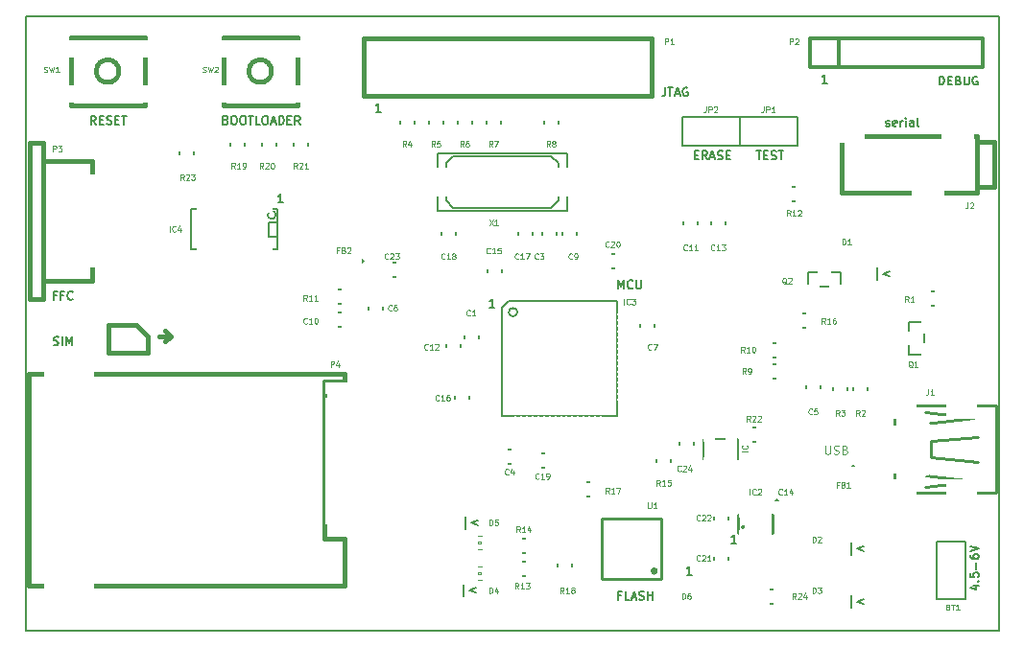
<source format=gto>
G04 (created by PCBNEW (2013-may-18)-stable) date So 27 Okt 2013 12:43:41 CET*
%MOIN*%
G04 Gerber Fmt 3.4, Leading zero omitted, Abs format*
%FSLAX34Y34*%
G01*
G70*
G90*
G04 APERTURE LIST*
%ADD10C,0.00590551*%
%ADD11C,0.015*%
%ADD12C,0.0059*%
%ADD13C,0.0075*%
%ADD14C,0.008*%
%ADD15C,0.005*%
%ADD16C,0.012*%
%ADD17C,0.01*%
%ADD18C,0.0065*%
%ADD19C,0.006*%
%ADD20C,0.0026*%
%ADD21C,0.004*%
%ADD22C,0.002*%
%ADD23C,0.0045*%
%ADD24C,0.00492126*%
%ADD25C,0.00738189*%
%ADD26R,0.045X0.065*%
%ADD27R,0.065X0.045*%
%ADD28R,0.055X0.075*%
%ADD29R,0.075X0.055*%
%ADD30R,0.066X0.0158*%
%ADD31O,0.066X0.0158*%
%ADD32O,0.0158X0.066*%
%ADD33R,0.08X0.08*%
%ADD34C,0.08*%
%ADD35R,0.0515X0.0554*%
%ADD36R,0.0554X0.0515*%
%ADD37R,0.146X0.0594*%
%ADD38C,0.0554*%
%ADD39R,0.0987X0.0397*%
%ADD40R,0.1066X0.1184*%
%ADD41R,0.1106X0.0594*%
%ADD42R,0.1106X0.0397*%
%ADD43R,0.1775X0.0869*%
%ADD44R,0.036X0.0948*%
%ADD45R,0.0436X0.0633*%
%ADD46R,0.0579X0.0397*%
%ADD47R,0.0672X0.0672*%
%ADD48R,0.1145X0.1361*%
%ADD49R,0.1145X0.1243*%
%ADD50C,0.0594*%
%ADD51R,0.2365X0.0987*%
%ADD52R,0.0987X0.0436*%
%ADD53R,0.1854X0.0476*%
%ADD54R,0.0558X0.068*%
%ADD55R,0.068X0.0558*%
%ADD56R,0.04X0.05*%
G04 APERTURE END LIST*
G54D10*
G54D11*
X19488Y-46062D02*
X19291Y-46259D01*
X19488Y-46062D02*
X19291Y-45866D01*
X19094Y-46062D02*
X19488Y-46062D01*
X17322Y-46653D02*
X17322Y-45669D01*
X18700Y-46653D02*
X17322Y-46653D01*
X18700Y-46062D02*
X18700Y-46653D01*
X18307Y-45669D02*
X18700Y-46062D01*
X17322Y-45669D02*
X18307Y-45669D01*
G54D12*
X44014Y-44121D02*
X44014Y-43692D01*
X44457Y-43821D02*
X44228Y-43907D01*
X44457Y-43992D01*
X43114Y-55521D02*
X43114Y-55092D01*
X43557Y-55221D02*
X43328Y-55307D01*
X43557Y-55392D01*
X43114Y-53671D02*
X43114Y-53242D01*
X43557Y-53371D02*
X43328Y-53457D01*
X43557Y-53542D01*
X39135Y-53271D02*
X38964Y-53271D01*
X39050Y-53271D02*
X39050Y-52972D01*
X39021Y-53014D01*
X38993Y-53043D01*
X38964Y-53057D01*
X29664Y-55120D02*
X29664Y-54693D01*
X30106Y-54821D02*
X29878Y-54907D01*
X30106Y-54992D01*
X29714Y-52770D02*
X29714Y-52343D01*
X30156Y-52471D02*
X29928Y-52557D01*
X30156Y-52642D01*
X37585Y-54371D02*
X37414Y-54371D01*
X37500Y-54371D02*
X37500Y-54071D01*
X37471Y-54114D01*
X37442Y-54142D01*
X37414Y-54157D01*
G54D13*
X23385Y-41421D02*
X23214Y-41421D01*
X23300Y-41421D02*
X23300Y-41121D01*
X23271Y-41164D01*
X23242Y-41192D01*
X23214Y-41207D01*
X30735Y-45071D02*
X30564Y-45071D01*
X30650Y-45071D02*
X30650Y-44771D01*
X30621Y-44814D01*
X30592Y-44842D01*
X30564Y-44857D01*
X42285Y-37271D02*
X42114Y-37271D01*
X42200Y-37271D02*
X42200Y-36971D01*
X42171Y-37014D01*
X42142Y-37042D01*
X42114Y-37057D01*
G54D12*
X26785Y-38271D02*
X26614Y-38271D01*
X26700Y-38271D02*
X26700Y-37971D01*
X26671Y-38014D01*
X26642Y-38042D01*
X26614Y-38057D01*
G54D14*
X14450Y-56300D02*
X14450Y-34950D01*
X48250Y-56300D02*
X14450Y-56300D01*
X48250Y-34950D02*
X48250Y-56300D01*
X15250Y-34950D02*
X48250Y-34950D01*
X14450Y-34950D02*
X15250Y-34950D01*
G54D15*
X33537Y-51150D02*
X34437Y-51150D01*
X34437Y-51150D02*
X34437Y-51650D01*
X34437Y-51650D02*
X33537Y-51650D01*
X33537Y-51650D02*
X33537Y-51150D01*
X41945Y-45787D02*
X41045Y-45787D01*
X41045Y-45787D02*
X41045Y-45287D01*
X41045Y-45287D02*
X41945Y-45287D01*
X41945Y-45287D02*
X41945Y-45787D01*
X32200Y-53600D02*
X31300Y-53600D01*
X31300Y-53600D02*
X31300Y-53100D01*
X31300Y-53100D02*
X32200Y-53100D01*
X32200Y-53100D02*
X32200Y-53600D01*
X32200Y-54400D02*
X31300Y-54400D01*
X31300Y-54400D02*
X31300Y-53900D01*
X31300Y-53900D02*
X32200Y-53900D01*
X32200Y-53900D02*
X32200Y-54400D01*
X40691Y-40891D02*
X41591Y-40891D01*
X41591Y-40891D02*
X41591Y-41391D01*
X41591Y-41391D02*
X40691Y-41391D01*
X40691Y-41391D02*
X40691Y-40891D01*
X24900Y-44450D02*
X25800Y-44450D01*
X25800Y-44450D02*
X25800Y-44950D01*
X25800Y-44950D02*
X24900Y-44950D01*
X24900Y-44950D02*
X24900Y-44450D01*
X40000Y-46300D02*
X40900Y-46300D01*
X40900Y-46300D02*
X40900Y-46800D01*
X40900Y-46800D02*
X40000Y-46800D01*
X40000Y-46800D02*
X40000Y-46300D01*
X40000Y-47050D02*
X40900Y-47050D01*
X40900Y-47050D02*
X40900Y-47550D01*
X40900Y-47550D02*
X40000Y-47550D01*
X40000Y-47550D02*
X40000Y-47050D01*
X32950Y-38200D02*
X32950Y-39100D01*
X32950Y-39100D02*
X32450Y-39100D01*
X32450Y-39100D02*
X32450Y-38200D01*
X32450Y-38200D02*
X32950Y-38200D01*
X30950Y-38200D02*
X30950Y-39100D01*
X30950Y-39100D02*
X30450Y-39100D01*
X30450Y-39100D02*
X30450Y-38200D01*
X30450Y-38200D02*
X30950Y-38200D01*
X29950Y-38200D02*
X29950Y-39100D01*
X29950Y-39100D02*
X29450Y-39100D01*
X29450Y-39100D02*
X29450Y-38200D01*
X29450Y-38200D02*
X29950Y-38200D01*
X28950Y-38200D02*
X28950Y-39100D01*
X28950Y-39100D02*
X28450Y-39100D01*
X28450Y-39100D02*
X28450Y-38200D01*
X28450Y-38200D02*
X28950Y-38200D01*
X27950Y-38200D02*
X27950Y-39100D01*
X27950Y-39100D02*
X27450Y-39100D01*
X27450Y-39100D02*
X27450Y-38200D01*
X27450Y-38200D02*
X27950Y-38200D01*
X42500Y-48350D02*
X42500Y-47450D01*
X42500Y-47450D02*
X43000Y-47450D01*
X43000Y-47450D02*
X43000Y-48350D01*
X43000Y-48350D02*
X42500Y-48350D01*
X43200Y-48350D02*
X43200Y-47450D01*
X43200Y-47450D02*
X43700Y-47450D01*
X43700Y-47450D02*
X43700Y-48350D01*
X43700Y-48350D02*
X43200Y-48350D01*
X46400Y-45000D02*
X45500Y-45000D01*
X45500Y-45000D02*
X45500Y-44500D01*
X45500Y-44500D02*
X46400Y-44500D01*
X46400Y-44500D02*
X46400Y-45000D01*
X27701Y-44013D02*
X26801Y-44013D01*
X26801Y-44013D02*
X26801Y-43513D01*
X26801Y-43513D02*
X27701Y-43513D01*
X27701Y-43513D02*
X27701Y-44013D01*
X38850Y-51950D02*
X38850Y-52850D01*
X38850Y-52850D02*
X38350Y-52850D01*
X38350Y-52850D02*
X38350Y-51950D01*
X38350Y-51950D02*
X38850Y-51950D01*
X38350Y-54250D02*
X38350Y-53350D01*
X38350Y-53350D02*
X38850Y-53350D01*
X38850Y-53350D02*
X38850Y-54250D01*
X38850Y-54250D02*
X38350Y-54250D01*
X34400Y-43200D02*
X35300Y-43200D01*
X35300Y-43200D02*
X35300Y-43700D01*
X35300Y-43700D02*
X34400Y-43700D01*
X34400Y-43700D02*
X34400Y-43200D01*
X32875Y-50650D02*
X31975Y-50650D01*
X31975Y-50650D02*
X31975Y-50150D01*
X31975Y-50150D02*
X32875Y-50150D01*
X32875Y-50150D02*
X32875Y-50650D01*
X29400Y-42050D02*
X29400Y-42950D01*
X29400Y-42950D02*
X28900Y-42950D01*
X28900Y-42950D02*
X28900Y-42050D01*
X28900Y-42050D02*
X29400Y-42050D01*
X31550Y-42950D02*
X31550Y-42050D01*
X31550Y-42050D02*
X32050Y-42050D01*
X32050Y-42050D02*
X32050Y-42950D01*
X32050Y-42950D02*
X31550Y-42950D01*
X29850Y-47750D02*
X29850Y-48650D01*
X29850Y-48650D02*
X29350Y-48650D01*
X29350Y-48650D02*
X29350Y-47750D01*
X29350Y-47750D02*
X29850Y-47750D01*
X30500Y-44250D02*
X30500Y-43350D01*
X30500Y-43350D02*
X31000Y-43350D01*
X31000Y-43350D02*
X31000Y-44250D01*
X31000Y-44250D02*
X30500Y-44250D01*
X38250Y-42600D02*
X38250Y-41700D01*
X38250Y-41700D02*
X38750Y-41700D01*
X38750Y-41700D02*
X38750Y-42600D01*
X38750Y-42600D02*
X38250Y-42600D01*
X29050Y-46850D02*
X29050Y-45950D01*
X29050Y-45950D02*
X29550Y-45950D01*
X29550Y-45950D02*
X29550Y-46850D01*
X29550Y-46850D02*
X29050Y-46850D01*
X37300Y-42600D02*
X37300Y-41700D01*
X37300Y-41700D02*
X37800Y-41700D01*
X37800Y-41700D02*
X37800Y-42600D01*
X37800Y-42600D02*
X37300Y-42600D01*
X25800Y-45750D02*
X24900Y-45750D01*
X24900Y-45750D02*
X24900Y-45250D01*
X24900Y-45250D02*
X25800Y-45250D01*
X25800Y-45250D02*
X25800Y-45750D01*
X33100Y-42950D02*
X33100Y-42050D01*
X33100Y-42050D02*
X33600Y-42050D01*
X33600Y-42050D02*
X33600Y-42950D01*
X33600Y-42950D02*
X33100Y-42950D01*
X35800Y-46175D02*
X35800Y-45275D01*
X35800Y-45275D02*
X36300Y-45275D01*
X36300Y-45275D02*
X36300Y-46175D01*
X36300Y-46175D02*
X35800Y-46175D01*
X26350Y-45550D02*
X26350Y-44650D01*
X26350Y-44650D02*
X26850Y-44650D01*
X26850Y-44650D02*
X26850Y-45550D01*
X26850Y-45550D02*
X26350Y-45550D01*
X41550Y-48300D02*
X41550Y-47400D01*
X41550Y-47400D02*
X42050Y-47400D01*
X42050Y-47400D02*
X42050Y-48300D01*
X42050Y-48300D02*
X41550Y-48300D01*
X31700Y-50525D02*
X30800Y-50525D01*
X30800Y-50525D02*
X30800Y-50025D01*
X30800Y-50025D02*
X31700Y-50025D01*
X31700Y-50025D02*
X31700Y-50525D01*
X32397Y-42954D02*
X32397Y-42054D01*
X32397Y-42054D02*
X32897Y-42054D01*
X32897Y-42054D02*
X32897Y-42954D01*
X32897Y-42954D02*
X32397Y-42954D01*
X29700Y-46550D02*
X29700Y-45650D01*
X29700Y-45650D02*
X30200Y-45650D01*
X30200Y-45650D02*
X30200Y-46550D01*
X30200Y-46550D02*
X29700Y-46550D01*
X26195Y-43453D02*
G75*
G03X26195Y-43453I-50J0D01*
G74*
G01*
X25695Y-43453D02*
X26095Y-43453D01*
X26095Y-43453D02*
X26095Y-44053D01*
X26095Y-44053D02*
X25695Y-44053D01*
X25295Y-44053D02*
X24895Y-44053D01*
X24895Y-44053D02*
X24895Y-43453D01*
X24895Y-43453D02*
X25295Y-43453D01*
X43250Y-50600D02*
G75*
G03X43250Y-50600I-50J0D01*
G74*
G01*
X43200Y-51050D02*
X43200Y-50650D01*
X43200Y-50650D02*
X43800Y-50650D01*
X43800Y-50650D02*
X43800Y-51050D01*
X43800Y-51450D02*
X43800Y-51850D01*
X43800Y-51850D02*
X43200Y-51850D01*
X43200Y-51850D02*
X43200Y-51450D01*
G54D14*
X31532Y-45232D02*
G75*
G03X31532Y-45232I-150J0D01*
G74*
G01*
X34982Y-48832D02*
X34982Y-44832D01*
X34982Y-44832D02*
X31232Y-44832D01*
X31232Y-44832D02*
X30982Y-45082D01*
X30982Y-45082D02*
X30982Y-48832D01*
X30982Y-48832D02*
X34982Y-48832D01*
G54D16*
X41700Y-36700D02*
X41700Y-35700D01*
X41700Y-35700D02*
X47700Y-35700D01*
X47700Y-35700D02*
X47700Y-36700D01*
X47700Y-36700D02*
X41700Y-36700D01*
X42700Y-36700D02*
X42700Y-35700D01*
G54D15*
X42771Y-43844D02*
X42771Y-44356D01*
X42771Y-44356D02*
X41629Y-44356D01*
X41629Y-44356D02*
X41629Y-43844D01*
X41629Y-43844D02*
X42771Y-43844D01*
X45144Y-45579D02*
X45656Y-45579D01*
X45656Y-45579D02*
X45656Y-46721D01*
X45656Y-46721D02*
X45144Y-46721D01*
X45144Y-46721D02*
X45144Y-45579D01*
G54D11*
X17694Y-36850D02*
G75*
G03X17694Y-36850I-394J0D01*
G74*
G01*
X18580Y-35669D02*
X16020Y-35669D01*
X16020Y-35669D02*
X16020Y-38031D01*
X16020Y-38031D02*
X18580Y-38031D01*
X18580Y-38031D02*
X18580Y-35669D01*
X22994Y-36850D02*
G75*
G03X22994Y-36850I-394J0D01*
G74*
G01*
X23880Y-35669D02*
X21320Y-35669D01*
X21320Y-35669D02*
X21320Y-38031D01*
X21320Y-38031D02*
X23880Y-38031D01*
X23880Y-38031D02*
X23880Y-35669D01*
G54D17*
X47540Y-50433D02*
X45886Y-50276D01*
X45886Y-50276D02*
X45886Y-49724D01*
X45886Y-49724D02*
X47540Y-49567D01*
X45689Y-49094D02*
X47382Y-48898D01*
X47382Y-48898D02*
X45689Y-48701D01*
X45689Y-51299D02*
X47382Y-51102D01*
X47382Y-51102D02*
X45689Y-50906D01*
X48170Y-51516D02*
X48170Y-48484D01*
X48170Y-48484D02*
X44626Y-48484D01*
X44626Y-48484D02*
X44626Y-51516D01*
X44626Y-51516D02*
X48170Y-51516D01*
G54D11*
X25541Y-53097D02*
X24824Y-53097D01*
X24824Y-53097D02*
X24824Y-47637D01*
X24824Y-47637D02*
X25541Y-47637D01*
X25541Y-47637D02*
X25541Y-47369D01*
X25541Y-47369D02*
X14576Y-47369D01*
X14576Y-47369D02*
X14576Y-51215D01*
X14576Y-51215D02*
X14576Y-54731D01*
X14576Y-54731D02*
X25541Y-54731D01*
X25541Y-54731D02*
X25541Y-53097D01*
G54D18*
X20200Y-43050D02*
X23200Y-43050D01*
X23200Y-41650D02*
X20200Y-41650D01*
X20200Y-43050D02*
X20200Y-41650D01*
G54D19*
X23200Y-41650D02*
X23200Y-43050D01*
G54D15*
X23141Y-41850D02*
G75*
G03X23141Y-41850I-141J0D01*
G74*
G01*
X23200Y-42600D02*
X22900Y-42600D01*
X22900Y-42600D02*
X22900Y-42100D01*
X22900Y-42100D02*
X23200Y-42100D01*
X40200Y-49750D02*
X39300Y-49750D01*
X39300Y-49750D02*
X39300Y-49250D01*
X39300Y-49250D02*
X40200Y-49250D01*
X40200Y-49250D02*
X40200Y-49750D01*
X24250Y-38950D02*
X24250Y-39850D01*
X24250Y-39850D02*
X23750Y-39850D01*
X23750Y-39850D02*
X23750Y-38950D01*
X23750Y-38950D02*
X24250Y-38950D01*
X22650Y-39850D02*
X22650Y-38950D01*
X22650Y-38950D02*
X23150Y-38950D01*
X23150Y-38950D02*
X23150Y-39850D01*
X23150Y-39850D02*
X22650Y-39850D01*
X22050Y-38950D02*
X22050Y-39850D01*
X22050Y-39850D02*
X21550Y-39850D01*
X21550Y-39850D02*
X21550Y-38950D01*
X21550Y-38950D02*
X22050Y-38950D01*
X37651Y-49353D02*
X37651Y-50253D01*
X37651Y-50253D02*
X37151Y-50253D01*
X37151Y-50253D02*
X37151Y-49353D01*
X37151Y-49353D02*
X37651Y-49353D01*
G54D17*
X39394Y-52698D02*
G75*
G03X39394Y-52698I-27J0D01*
G74*
G01*
X39209Y-52285D02*
X40391Y-52285D01*
X40391Y-52285D02*
X40391Y-52915D01*
X40391Y-52915D02*
X39209Y-52915D01*
X39209Y-52915D02*
X39209Y-52285D01*
G54D19*
X46100Y-53200D02*
X47100Y-53200D01*
X47100Y-53200D02*
X47100Y-55200D01*
X47100Y-55200D02*
X46100Y-55200D01*
X46100Y-55200D02*
X46100Y-53200D01*
G54D17*
X36366Y-54237D02*
G75*
G03X36366Y-54237I-79J0D01*
G74*
G01*
X36543Y-52407D02*
X36543Y-54493D01*
X36543Y-54493D02*
X34457Y-54493D01*
X34457Y-54493D02*
X34457Y-52407D01*
X34457Y-52407D02*
X36543Y-52407D01*
G54D20*
X30054Y-53132D02*
X30054Y-53004D01*
X30054Y-53004D02*
X29857Y-53004D01*
X29857Y-53132D02*
X29857Y-53004D01*
X30054Y-53132D02*
X29857Y-53132D01*
X30054Y-53377D02*
X30054Y-53318D01*
X30054Y-53318D02*
X29955Y-53318D01*
X29955Y-53377D02*
X29955Y-53318D01*
X30054Y-53377D02*
X29955Y-53377D01*
X30054Y-53182D02*
X30054Y-53123D01*
X30054Y-53123D02*
X29955Y-53123D01*
X29955Y-53182D02*
X29955Y-53123D01*
X30054Y-53182D02*
X29955Y-53182D01*
X30054Y-53328D02*
X30054Y-53172D01*
X30054Y-53172D02*
X29985Y-53172D01*
X29985Y-53328D02*
X29985Y-53172D01*
X30054Y-53328D02*
X29985Y-53328D01*
X30643Y-53132D02*
X30643Y-53004D01*
X30643Y-53004D02*
X30446Y-53004D01*
X30446Y-53132D02*
X30446Y-53004D01*
X30643Y-53132D02*
X30446Y-53132D01*
X30643Y-53496D02*
X30643Y-53368D01*
X30643Y-53368D02*
X30446Y-53368D01*
X30446Y-53496D02*
X30446Y-53368D01*
X30643Y-53496D02*
X30446Y-53496D01*
X30545Y-53182D02*
X30545Y-53123D01*
X30545Y-53123D02*
X30446Y-53123D01*
X30446Y-53182D02*
X30446Y-53123D01*
X30545Y-53182D02*
X30446Y-53182D01*
X30545Y-53377D02*
X30545Y-53318D01*
X30545Y-53318D02*
X30446Y-53318D01*
X30446Y-53377D02*
X30446Y-53318D01*
X30545Y-53377D02*
X30446Y-53377D01*
X30515Y-53328D02*
X30515Y-53172D01*
X30515Y-53172D02*
X30446Y-53172D01*
X30446Y-53328D02*
X30446Y-53172D01*
X30515Y-53328D02*
X30446Y-53328D01*
X30250Y-53289D02*
X30250Y-53211D01*
X30250Y-53211D02*
X30172Y-53211D01*
X30172Y-53289D02*
X30172Y-53211D01*
X30250Y-53289D02*
X30172Y-53289D01*
X30054Y-53486D02*
X30054Y-53368D01*
X30054Y-53368D02*
X29936Y-53368D01*
X29936Y-53486D02*
X29936Y-53368D01*
X30054Y-53486D02*
X29936Y-53486D01*
X29886Y-53496D02*
X29886Y-53407D01*
X29886Y-53407D02*
X29857Y-53407D01*
X29857Y-53496D02*
X29857Y-53407D01*
X29886Y-53496D02*
X29857Y-53496D01*
G54D21*
X30044Y-53024D02*
X30456Y-53024D01*
X30446Y-53476D02*
X29886Y-53476D01*
G54D22*
X29944Y-53427D02*
G75*
G03X29944Y-53427I-28J0D01*
G74*
G01*
G54D21*
X29857Y-53387D02*
G75*
G03X29857Y-53113I0J137D01*
G74*
G01*
X30643Y-53113D02*
G75*
G03X30643Y-53387I0J-137D01*
G74*
G01*
G54D20*
X30054Y-54182D02*
X30054Y-54054D01*
X30054Y-54054D02*
X29857Y-54054D01*
X29857Y-54182D02*
X29857Y-54054D01*
X30054Y-54182D02*
X29857Y-54182D01*
X30054Y-54427D02*
X30054Y-54368D01*
X30054Y-54368D02*
X29955Y-54368D01*
X29955Y-54427D02*
X29955Y-54368D01*
X30054Y-54427D02*
X29955Y-54427D01*
X30054Y-54232D02*
X30054Y-54173D01*
X30054Y-54173D02*
X29955Y-54173D01*
X29955Y-54232D02*
X29955Y-54173D01*
X30054Y-54232D02*
X29955Y-54232D01*
X30054Y-54378D02*
X30054Y-54222D01*
X30054Y-54222D02*
X29985Y-54222D01*
X29985Y-54378D02*
X29985Y-54222D01*
X30054Y-54378D02*
X29985Y-54378D01*
X30643Y-54182D02*
X30643Y-54054D01*
X30643Y-54054D02*
X30446Y-54054D01*
X30446Y-54182D02*
X30446Y-54054D01*
X30643Y-54182D02*
X30446Y-54182D01*
X30643Y-54546D02*
X30643Y-54418D01*
X30643Y-54418D02*
X30446Y-54418D01*
X30446Y-54546D02*
X30446Y-54418D01*
X30643Y-54546D02*
X30446Y-54546D01*
X30545Y-54232D02*
X30545Y-54173D01*
X30545Y-54173D02*
X30446Y-54173D01*
X30446Y-54232D02*
X30446Y-54173D01*
X30545Y-54232D02*
X30446Y-54232D01*
X30545Y-54427D02*
X30545Y-54368D01*
X30545Y-54368D02*
X30446Y-54368D01*
X30446Y-54427D02*
X30446Y-54368D01*
X30545Y-54427D02*
X30446Y-54427D01*
X30515Y-54378D02*
X30515Y-54222D01*
X30515Y-54222D02*
X30446Y-54222D01*
X30446Y-54378D02*
X30446Y-54222D01*
X30515Y-54378D02*
X30446Y-54378D01*
X30250Y-54339D02*
X30250Y-54261D01*
X30250Y-54261D02*
X30172Y-54261D01*
X30172Y-54339D02*
X30172Y-54261D01*
X30250Y-54339D02*
X30172Y-54339D01*
X30054Y-54536D02*
X30054Y-54418D01*
X30054Y-54418D02*
X29936Y-54418D01*
X29936Y-54536D02*
X29936Y-54418D01*
X30054Y-54536D02*
X29936Y-54536D01*
X29886Y-54546D02*
X29886Y-54457D01*
X29886Y-54457D02*
X29857Y-54457D01*
X29857Y-54546D02*
X29857Y-54457D01*
X29886Y-54546D02*
X29857Y-54546D01*
G54D21*
X30044Y-54074D02*
X30456Y-54074D01*
X30446Y-54526D02*
X29886Y-54526D01*
G54D22*
X29944Y-54477D02*
G75*
G03X29944Y-54477I-28J0D01*
G74*
G01*
G54D21*
X29857Y-54437D02*
G75*
G03X29857Y-54163I0J137D01*
G74*
G01*
X30643Y-54163D02*
G75*
G03X30643Y-54437I0J-137D01*
G74*
G01*
G54D11*
X36200Y-37700D02*
X26200Y-37700D01*
X36200Y-35700D02*
X26200Y-35700D01*
X26200Y-35700D02*
X26200Y-37700D01*
X36202Y-37700D02*
X36202Y-35700D01*
G54D19*
X37250Y-39450D02*
X37250Y-38450D01*
X37250Y-38450D02*
X39250Y-38450D01*
X39250Y-38450D02*
X39250Y-39450D01*
X39250Y-39450D02*
X37250Y-39450D01*
X39250Y-39450D02*
X39250Y-38450D01*
X39250Y-38450D02*
X41250Y-38450D01*
X41250Y-38450D02*
X41250Y-39450D01*
X41250Y-39450D02*
X39250Y-39450D01*
G54D11*
X47512Y-40887D02*
X48103Y-40887D01*
X48103Y-40887D02*
X48103Y-39313D01*
X48103Y-39313D02*
X47512Y-39313D01*
X47512Y-41084D02*
X42788Y-41084D01*
X42788Y-41084D02*
X42788Y-39116D01*
X42788Y-39116D02*
X47512Y-39116D01*
X47512Y-39116D02*
X47512Y-41084D01*
G54D14*
X32950Y-41350D02*
X32950Y-40050D01*
X32950Y-40050D02*
X32700Y-39800D01*
X32700Y-39800D02*
X29300Y-39800D01*
X29300Y-39800D02*
X29050Y-40050D01*
X29050Y-40050D02*
X29050Y-41350D01*
X29050Y-41350D02*
X29300Y-41600D01*
X29300Y-41600D02*
X32700Y-41600D01*
X32700Y-41600D02*
X32950Y-41350D01*
X28750Y-41700D02*
X28750Y-39700D01*
X28750Y-39700D02*
X33250Y-39700D01*
X33250Y-39700D02*
X33250Y-41700D01*
X33250Y-41700D02*
X28750Y-41700D01*
G54D15*
X33428Y-53586D02*
X33428Y-54486D01*
X33428Y-54486D02*
X32928Y-54486D01*
X32928Y-54486D02*
X32928Y-53586D01*
X32928Y-53586D02*
X33428Y-53586D01*
G54D11*
X15057Y-39963D02*
X16750Y-39963D01*
X16750Y-39963D02*
X16750Y-44137D01*
X16750Y-44137D02*
X15057Y-44137D01*
X14585Y-39333D02*
X15057Y-39333D01*
X14585Y-44767D02*
X15057Y-44767D01*
X14585Y-39333D02*
X14585Y-44767D01*
X15057Y-44767D02*
X15057Y-39333D01*
G54D15*
X40600Y-51800D02*
G75*
G03X40600Y-51800I-50J0D01*
G74*
G01*
X40550Y-52250D02*
X40550Y-51850D01*
X40550Y-51850D02*
X41150Y-51850D01*
X41150Y-51850D02*
X41150Y-52250D01*
X41150Y-52650D02*
X41150Y-53050D01*
X41150Y-53050D02*
X40550Y-53050D01*
X40550Y-53050D02*
X40550Y-52650D01*
X20300Y-39250D02*
X20300Y-40150D01*
X20300Y-40150D02*
X19800Y-40150D01*
X19800Y-40150D02*
X19800Y-39250D01*
X19800Y-39250D02*
X20300Y-39250D01*
X39904Y-54868D02*
X40804Y-54868D01*
X40804Y-54868D02*
X40804Y-55368D01*
X40804Y-55368D02*
X39904Y-55368D01*
X39904Y-55368D02*
X39904Y-54868D01*
X36864Y-49943D02*
X36864Y-50843D01*
X36864Y-50843D02*
X36364Y-50843D01*
X36364Y-50843D02*
X36364Y-49943D01*
X36364Y-49943D02*
X36864Y-49943D01*
X39182Y-49650D02*
X39182Y-50350D01*
X39182Y-50350D02*
X37982Y-50350D01*
X37982Y-50350D02*
X37982Y-49650D01*
X37982Y-49650D02*
X39182Y-49650D01*
G54D23*
X34723Y-51529D02*
X34657Y-51435D01*
X34610Y-51529D02*
X34610Y-51332D01*
X34685Y-51332D01*
X34704Y-51342D01*
X34714Y-51351D01*
X34723Y-51370D01*
X34723Y-51398D01*
X34714Y-51417D01*
X34704Y-51426D01*
X34685Y-51435D01*
X34610Y-51435D01*
X34910Y-51529D02*
X34798Y-51529D01*
X34854Y-51529D02*
X34854Y-51332D01*
X34835Y-51360D01*
X34817Y-51379D01*
X34798Y-51389D01*
X34976Y-51332D02*
X35107Y-51332D01*
X35023Y-51529D01*
X42223Y-45629D02*
X42157Y-45535D01*
X42110Y-45629D02*
X42110Y-45432D01*
X42185Y-45432D01*
X42204Y-45442D01*
X42214Y-45451D01*
X42223Y-45470D01*
X42223Y-45498D01*
X42214Y-45517D01*
X42204Y-45526D01*
X42185Y-45535D01*
X42110Y-45535D01*
X42410Y-45629D02*
X42298Y-45629D01*
X42354Y-45629D02*
X42354Y-45432D01*
X42335Y-45460D01*
X42317Y-45479D01*
X42298Y-45489D01*
X42579Y-45432D02*
X42542Y-45432D01*
X42523Y-45442D01*
X42514Y-45451D01*
X42495Y-45479D01*
X42485Y-45517D01*
X42485Y-45592D01*
X42495Y-45610D01*
X42504Y-45620D01*
X42523Y-45629D01*
X42560Y-45629D01*
X42579Y-45620D01*
X42589Y-45610D01*
X42598Y-45592D01*
X42598Y-45545D01*
X42589Y-45526D01*
X42579Y-45517D01*
X42560Y-45507D01*
X42523Y-45507D01*
X42504Y-45517D01*
X42495Y-45526D01*
X42485Y-45545D01*
X31623Y-52879D02*
X31557Y-52785D01*
X31510Y-52879D02*
X31510Y-52682D01*
X31585Y-52682D01*
X31604Y-52692D01*
X31614Y-52701D01*
X31623Y-52720D01*
X31623Y-52748D01*
X31614Y-52767D01*
X31604Y-52776D01*
X31585Y-52785D01*
X31510Y-52785D01*
X31810Y-52879D02*
X31698Y-52879D01*
X31754Y-52879D02*
X31754Y-52682D01*
X31735Y-52710D01*
X31717Y-52729D01*
X31698Y-52739D01*
X31979Y-52748D02*
X31979Y-52879D01*
X31932Y-52673D02*
X31885Y-52814D01*
X32007Y-52814D01*
X31573Y-54848D02*
X31507Y-54754D01*
X31460Y-54848D02*
X31460Y-54651D01*
X31535Y-54651D01*
X31554Y-54661D01*
X31564Y-54670D01*
X31573Y-54689D01*
X31573Y-54717D01*
X31564Y-54736D01*
X31554Y-54745D01*
X31535Y-54754D01*
X31460Y-54754D01*
X31760Y-54848D02*
X31648Y-54848D01*
X31704Y-54848D02*
X31704Y-54651D01*
X31685Y-54679D01*
X31667Y-54698D01*
X31648Y-54708D01*
X31826Y-54651D02*
X31948Y-54651D01*
X31882Y-54726D01*
X31910Y-54726D01*
X31929Y-54736D01*
X31939Y-54745D01*
X31948Y-54764D01*
X31948Y-54811D01*
X31939Y-54829D01*
X31929Y-54839D01*
X31910Y-54848D01*
X31854Y-54848D01*
X31835Y-54839D01*
X31826Y-54829D01*
X41014Y-41883D02*
X40949Y-41789D01*
X40902Y-41883D02*
X40902Y-41686D01*
X40977Y-41686D01*
X40996Y-41696D01*
X41005Y-41705D01*
X41014Y-41724D01*
X41014Y-41752D01*
X41005Y-41771D01*
X40996Y-41780D01*
X40977Y-41789D01*
X40902Y-41789D01*
X41202Y-41883D02*
X41089Y-41883D01*
X41146Y-41883D02*
X41146Y-41686D01*
X41127Y-41714D01*
X41108Y-41733D01*
X41089Y-41742D01*
X41277Y-41705D02*
X41286Y-41696D01*
X41305Y-41686D01*
X41352Y-41686D01*
X41371Y-41696D01*
X41380Y-41705D01*
X41389Y-41724D01*
X41389Y-41742D01*
X41380Y-41771D01*
X41268Y-41883D01*
X41389Y-41883D01*
X24223Y-44829D02*
X24157Y-44735D01*
X24110Y-44829D02*
X24110Y-44632D01*
X24185Y-44632D01*
X24204Y-44642D01*
X24214Y-44651D01*
X24223Y-44670D01*
X24223Y-44698D01*
X24214Y-44717D01*
X24204Y-44726D01*
X24185Y-44735D01*
X24110Y-44735D01*
X24410Y-44829D02*
X24298Y-44829D01*
X24354Y-44829D02*
X24354Y-44632D01*
X24335Y-44660D01*
X24317Y-44679D01*
X24298Y-44689D01*
X24598Y-44829D02*
X24485Y-44829D01*
X24542Y-44829D02*
X24542Y-44632D01*
X24523Y-44660D01*
X24504Y-44679D01*
X24485Y-44689D01*
X39423Y-46629D02*
X39357Y-46535D01*
X39310Y-46629D02*
X39310Y-46432D01*
X39385Y-46432D01*
X39404Y-46442D01*
X39414Y-46451D01*
X39423Y-46470D01*
X39423Y-46498D01*
X39414Y-46517D01*
X39404Y-46526D01*
X39385Y-46535D01*
X39310Y-46535D01*
X39610Y-46629D02*
X39498Y-46629D01*
X39554Y-46629D02*
X39554Y-46432D01*
X39535Y-46460D01*
X39517Y-46479D01*
X39498Y-46489D01*
X39732Y-46432D02*
X39751Y-46432D01*
X39770Y-46442D01*
X39779Y-46451D01*
X39789Y-46470D01*
X39798Y-46507D01*
X39798Y-46554D01*
X39789Y-46592D01*
X39779Y-46610D01*
X39770Y-46620D01*
X39751Y-46629D01*
X39732Y-46629D01*
X39714Y-46620D01*
X39704Y-46610D01*
X39695Y-46592D01*
X39685Y-46554D01*
X39685Y-46507D01*
X39695Y-46470D01*
X39704Y-46451D01*
X39714Y-46442D01*
X39732Y-46432D01*
X39467Y-47379D02*
X39401Y-47285D01*
X39354Y-47379D02*
X39354Y-47182D01*
X39429Y-47182D01*
X39448Y-47192D01*
X39457Y-47201D01*
X39467Y-47220D01*
X39467Y-47248D01*
X39457Y-47267D01*
X39448Y-47276D01*
X39429Y-47285D01*
X39354Y-47285D01*
X39560Y-47379D02*
X39598Y-47379D01*
X39617Y-47370D01*
X39626Y-47360D01*
X39645Y-47332D01*
X39654Y-47295D01*
X39654Y-47220D01*
X39645Y-47201D01*
X39635Y-47192D01*
X39617Y-47182D01*
X39579Y-47182D01*
X39560Y-47192D01*
X39551Y-47201D01*
X39542Y-47220D01*
X39542Y-47267D01*
X39551Y-47285D01*
X39560Y-47295D01*
X39579Y-47304D01*
X39617Y-47304D01*
X39635Y-47295D01*
X39645Y-47285D01*
X39654Y-47267D01*
X32667Y-39479D02*
X32601Y-39385D01*
X32554Y-39479D02*
X32554Y-39282D01*
X32629Y-39282D01*
X32648Y-39292D01*
X32657Y-39301D01*
X32667Y-39320D01*
X32667Y-39348D01*
X32657Y-39367D01*
X32648Y-39376D01*
X32629Y-39385D01*
X32554Y-39385D01*
X32779Y-39367D02*
X32760Y-39357D01*
X32751Y-39348D01*
X32742Y-39329D01*
X32742Y-39320D01*
X32751Y-39301D01*
X32760Y-39292D01*
X32779Y-39282D01*
X32817Y-39282D01*
X32835Y-39292D01*
X32845Y-39301D01*
X32854Y-39320D01*
X32854Y-39329D01*
X32845Y-39348D01*
X32835Y-39357D01*
X32817Y-39367D01*
X32779Y-39367D01*
X32760Y-39376D01*
X32751Y-39385D01*
X32742Y-39404D01*
X32742Y-39442D01*
X32751Y-39460D01*
X32760Y-39470D01*
X32779Y-39479D01*
X32817Y-39479D01*
X32835Y-39470D01*
X32845Y-39460D01*
X32854Y-39442D01*
X32854Y-39404D01*
X32845Y-39385D01*
X32835Y-39376D01*
X32817Y-39367D01*
X30667Y-39479D02*
X30601Y-39385D01*
X30554Y-39479D02*
X30554Y-39282D01*
X30629Y-39282D01*
X30648Y-39292D01*
X30657Y-39301D01*
X30667Y-39320D01*
X30667Y-39348D01*
X30657Y-39367D01*
X30648Y-39376D01*
X30629Y-39385D01*
X30554Y-39385D01*
X30732Y-39282D02*
X30864Y-39282D01*
X30779Y-39479D01*
X29667Y-39479D02*
X29601Y-39385D01*
X29554Y-39479D02*
X29554Y-39282D01*
X29629Y-39282D01*
X29648Y-39292D01*
X29657Y-39301D01*
X29667Y-39320D01*
X29667Y-39348D01*
X29657Y-39367D01*
X29648Y-39376D01*
X29629Y-39385D01*
X29554Y-39385D01*
X29835Y-39282D02*
X29798Y-39282D01*
X29779Y-39292D01*
X29770Y-39301D01*
X29751Y-39329D01*
X29742Y-39367D01*
X29742Y-39442D01*
X29751Y-39460D01*
X29760Y-39470D01*
X29779Y-39479D01*
X29817Y-39479D01*
X29835Y-39470D01*
X29845Y-39460D01*
X29854Y-39442D01*
X29854Y-39395D01*
X29845Y-39376D01*
X29835Y-39367D01*
X29817Y-39357D01*
X29779Y-39357D01*
X29760Y-39367D01*
X29751Y-39376D01*
X29742Y-39395D01*
X28667Y-39479D02*
X28601Y-39385D01*
X28554Y-39479D02*
X28554Y-39282D01*
X28629Y-39282D01*
X28648Y-39292D01*
X28657Y-39301D01*
X28667Y-39320D01*
X28667Y-39348D01*
X28657Y-39367D01*
X28648Y-39376D01*
X28629Y-39385D01*
X28554Y-39385D01*
X28845Y-39282D02*
X28751Y-39282D01*
X28742Y-39376D01*
X28751Y-39367D01*
X28770Y-39357D01*
X28817Y-39357D01*
X28835Y-39367D01*
X28845Y-39376D01*
X28854Y-39395D01*
X28854Y-39442D01*
X28845Y-39460D01*
X28835Y-39470D01*
X28817Y-39479D01*
X28770Y-39479D01*
X28751Y-39470D01*
X28742Y-39460D01*
X27667Y-39479D02*
X27601Y-39385D01*
X27554Y-39479D02*
X27554Y-39282D01*
X27629Y-39282D01*
X27648Y-39292D01*
X27657Y-39301D01*
X27667Y-39320D01*
X27667Y-39348D01*
X27657Y-39367D01*
X27648Y-39376D01*
X27629Y-39385D01*
X27554Y-39385D01*
X27835Y-39348D02*
X27835Y-39479D01*
X27789Y-39273D02*
X27742Y-39414D01*
X27864Y-39414D01*
X42717Y-48829D02*
X42651Y-48735D01*
X42604Y-48829D02*
X42604Y-48632D01*
X42679Y-48632D01*
X42698Y-48642D01*
X42707Y-48651D01*
X42717Y-48670D01*
X42717Y-48698D01*
X42707Y-48717D01*
X42698Y-48726D01*
X42679Y-48735D01*
X42604Y-48735D01*
X42782Y-48632D02*
X42904Y-48632D01*
X42839Y-48707D01*
X42867Y-48707D01*
X42885Y-48717D01*
X42895Y-48726D01*
X42904Y-48745D01*
X42904Y-48792D01*
X42895Y-48810D01*
X42885Y-48820D01*
X42867Y-48829D01*
X42810Y-48829D01*
X42792Y-48820D01*
X42782Y-48810D01*
X43417Y-48829D02*
X43351Y-48735D01*
X43304Y-48829D02*
X43304Y-48632D01*
X43379Y-48632D01*
X43398Y-48642D01*
X43407Y-48651D01*
X43417Y-48670D01*
X43417Y-48698D01*
X43407Y-48717D01*
X43398Y-48726D01*
X43379Y-48735D01*
X43304Y-48735D01*
X43492Y-48651D02*
X43501Y-48642D01*
X43520Y-48632D01*
X43567Y-48632D01*
X43585Y-48642D01*
X43595Y-48651D01*
X43604Y-48670D01*
X43604Y-48689D01*
X43595Y-48717D01*
X43482Y-48829D01*
X43604Y-48829D01*
X45117Y-44879D02*
X45051Y-44785D01*
X45004Y-44879D02*
X45004Y-44682D01*
X45079Y-44682D01*
X45098Y-44692D01*
X45107Y-44701D01*
X45117Y-44720D01*
X45117Y-44748D01*
X45107Y-44767D01*
X45098Y-44776D01*
X45079Y-44785D01*
X45004Y-44785D01*
X45304Y-44879D02*
X45192Y-44879D01*
X45248Y-44879D02*
X45248Y-44682D01*
X45229Y-44710D01*
X45210Y-44729D01*
X45192Y-44739D01*
X27038Y-43368D02*
X27029Y-43377D01*
X27001Y-43386D01*
X26982Y-43386D01*
X26954Y-43377D01*
X26935Y-43358D01*
X26926Y-43339D01*
X26916Y-43302D01*
X26916Y-43274D01*
X26926Y-43236D01*
X26935Y-43218D01*
X26954Y-43199D01*
X26982Y-43189D01*
X27001Y-43189D01*
X27029Y-43199D01*
X27038Y-43208D01*
X27113Y-43208D02*
X27123Y-43199D01*
X27141Y-43189D01*
X27188Y-43189D01*
X27207Y-43199D01*
X27216Y-43208D01*
X27226Y-43227D01*
X27226Y-43246D01*
X27216Y-43274D01*
X27104Y-43386D01*
X27226Y-43386D01*
X27291Y-43189D02*
X27413Y-43189D01*
X27348Y-43264D01*
X27376Y-43264D01*
X27395Y-43274D01*
X27404Y-43283D01*
X27413Y-43302D01*
X27413Y-43349D01*
X27404Y-43368D01*
X27395Y-43377D01*
X27376Y-43386D01*
X27320Y-43386D01*
X27301Y-43377D01*
X27291Y-43368D01*
X37873Y-52460D02*
X37864Y-52470D01*
X37835Y-52479D01*
X37817Y-52479D01*
X37789Y-52470D01*
X37770Y-52451D01*
X37760Y-52432D01*
X37751Y-52395D01*
X37751Y-52367D01*
X37760Y-52329D01*
X37770Y-52310D01*
X37789Y-52292D01*
X37817Y-52282D01*
X37835Y-52282D01*
X37864Y-52292D01*
X37873Y-52301D01*
X37948Y-52301D02*
X37957Y-52292D01*
X37976Y-52282D01*
X38023Y-52282D01*
X38042Y-52292D01*
X38051Y-52301D01*
X38060Y-52320D01*
X38060Y-52339D01*
X38051Y-52367D01*
X37939Y-52479D01*
X38060Y-52479D01*
X38135Y-52301D02*
X38145Y-52292D01*
X38164Y-52282D01*
X38210Y-52282D01*
X38229Y-52292D01*
X38239Y-52301D01*
X38248Y-52320D01*
X38248Y-52339D01*
X38239Y-52367D01*
X38126Y-52479D01*
X38248Y-52479D01*
X37873Y-53860D02*
X37864Y-53870D01*
X37835Y-53879D01*
X37817Y-53879D01*
X37789Y-53870D01*
X37770Y-53851D01*
X37760Y-53832D01*
X37751Y-53795D01*
X37751Y-53767D01*
X37760Y-53729D01*
X37770Y-53710D01*
X37789Y-53692D01*
X37817Y-53682D01*
X37835Y-53682D01*
X37864Y-53692D01*
X37873Y-53701D01*
X37948Y-53701D02*
X37957Y-53692D01*
X37976Y-53682D01*
X38023Y-53682D01*
X38042Y-53692D01*
X38051Y-53701D01*
X38060Y-53720D01*
X38060Y-53739D01*
X38051Y-53767D01*
X37939Y-53879D01*
X38060Y-53879D01*
X38248Y-53879D02*
X38135Y-53879D01*
X38192Y-53879D02*
X38192Y-53682D01*
X38173Y-53710D01*
X38154Y-53729D01*
X38135Y-53739D01*
X34708Y-42945D02*
X34699Y-42955D01*
X34670Y-42964D01*
X34652Y-42964D01*
X34624Y-42955D01*
X34605Y-42936D01*
X34595Y-42917D01*
X34586Y-42880D01*
X34586Y-42852D01*
X34595Y-42814D01*
X34605Y-42795D01*
X34624Y-42777D01*
X34652Y-42767D01*
X34670Y-42767D01*
X34699Y-42777D01*
X34708Y-42786D01*
X34783Y-42786D02*
X34792Y-42777D01*
X34811Y-42767D01*
X34858Y-42767D01*
X34877Y-42777D01*
X34886Y-42786D01*
X34895Y-42805D01*
X34895Y-42824D01*
X34886Y-42852D01*
X34774Y-42964D01*
X34895Y-42964D01*
X35017Y-42767D02*
X35036Y-42767D01*
X35055Y-42777D01*
X35064Y-42786D01*
X35074Y-42805D01*
X35083Y-42842D01*
X35083Y-42889D01*
X35074Y-42927D01*
X35064Y-42945D01*
X35055Y-42955D01*
X35036Y-42964D01*
X35017Y-42964D01*
X34999Y-42955D01*
X34989Y-42945D01*
X34980Y-42927D01*
X34970Y-42889D01*
X34970Y-42842D01*
X34980Y-42805D01*
X34989Y-42786D01*
X34999Y-42777D01*
X35017Y-42767D01*
X32273Y-51010D02*
X32264Y-51020D01*
X32235Y-51029D01*
X32217Y-51029D01*
X32189Y-51020D01*
X32170Y-51001D01*
X32160Y-50982D01*
X32151Y-50945D01*
X32151Y-50917D01*
X32160Y-50879D01*
X32170Y-50860D01*
X32189Y-50842D01*
X32217Y-50832D01*
X32235Y-50832D01*
X32264Y-50842D01*
X32273Y-50851D01*
X32460Y-51029D02*
X32348Y-51029D01*
X32404Y-51029D02*
X32404Y-50832D01*
X32385Y-50860D01*
X32367Y-50879D01*
X32348Y-50889D01*
X32554Y-51029D02*
X32592Y-51029D01*
X32610Y-51020D01*
X32620Y-51010D01*
X32639Y-50982D01*
X32648Y-50945D01*
X32648Y-50870D01*
X32639Y-50851D01*
X32629Y-50842D01*
X32610Y-50832D01*
X32573Y-50832D01*
X32554Y-50842D01*
X32545Y-50851D01*
X32535Y-50870D01*
X32535Y-50917D01*
X32545Y-50935D01*
X32554Y-50945D01*
X32573Y-50954D01*
X32610Y-50954D01*
X32629Y-50945D01*
X32639Y-50935D01*
X32648Y-50917D01*
X29007Y-43368D02*
X28997Y-43377D01*
X28969Y-43386D01*
X28951Y-43386D01*
X28922Y-43377D01*
X28904Y-43358D01*
X28894Y-43339D01*
X28885Y-43302D01*
X28885Y-43274D01*
X28894Y-43236D01*
X28904Y-43218D01*
X28922Y-43199D01*
X28951Y-43189D01*
X28969Y-43189D01*
X28997Y-43199D01*
X29007Y-43208D01*
X29194Y-43386D02*
X29082Y-43386D01*
X29138Y-43386D02*
X29138Y-43189D01*
X29119Y-43218D01*
X29101Y-43236D01*
X29082Y-43246D01*
X29307Y-43274D02*
X29288Y-43264D01*
X29279Y-43255D01*
X29269Y-43236D01*
X29269Y-43227D01*
X29279Y-43208D01*
X29288Y-43199D01*
X29307Y-43189D01*
X29344Y-43189D01*
X29363Y-43199D01*
X29372Y-43208D01*
X29382Y-43227D01*
X29382Y-43236D01*
X29372Y-43255D01*
X29363Y-43264D01*
X29344Y-43274D01*
X29307Y-43274D01*
X29288Y-43283D01*
X29279Y-43293D01*
X29269Y-43311D01*
X29269Y-43349D01*
X29279Y-43368D01*
X29288Y-43377D01*
X29307Y-43386D01*
X29344Y-43386D01*
X29363Y-43377D01*
X29372Y-43368D01*
X29382Y-43349D01*
X29382Y-43311D01*
X29372Y-43293D01*
X29363Y-43283D01*
X29344Y-43274D01*
X31566Y-43368D02*
X31556Y-43377D01*
X31528Y-43386D01*
X31510Y-43386D01*
X31482Y-43377D01*
X31463Y-43358D01*
X31453Y-43339D01*
X31444Y-43302D01*
X31444Y-43274D01*
X31453Y-43236D01*
X31463Y-43218D01*
X31482Y-43199D01*
X31510Y-43189D01*
X31528Y-43189D01*
X31556Y-43199D01*
X31566Y-43208D01*
X31753Y-43386D02*
X31641Y-43386D01*
X31697Y-43386D02*
X31697Y-43189D01*
X31678Y-43218D01*
X31660Y-43236D01*
X31641Y-43246D01*
X31819Y-43189D02*
X31950Y-43189D01*
X31866Y-43386D01*
X28810Y-48289D02*
X28801Y-48298D01*
X28772Y-48308D01*
X28754Y-48308D01*
X28726Y-48298D01*
X28707Y-48279D01*
X28697Y-48261D01*
X28688Y-48223D01*
X28688Y-48195D01*
X28697Y-48158D01*
X28707Y-48139D01*
X28726Y-48120D01*
X28754Y-48111D01*
X28772Y-48111D01*
X28801Y-48120D01*
X28810Y-48129D01*
X28997Y-48308D02*
X28885Y-48308D01*
X28941Y-48308D02*
X28941Y-48111D01*
X28922Y-48139D01*
X28904Y-48158D01*
X28885Y-48167D01*
X29166Y-48111D02*
X29129Y-48111D01*
X29110Y-48120D01*
X29101Y-48129D01*
X29082Y-48158D01*
X29072Y-48195D01*
X29072Y-48270D01*
X29082Y-48289D01*
X29091Y-48298D01*
X29110Y-48308D01*
X29147Y-48308D01*
X29166Y-48298D01*
X29176Y-48289D01*
X29185Y-48270D01*
X29185Y-48223D01*
X29176Y-48204D01*
X29166Y-48195D01*
X29147Y-48186D01*
X29110Y-48186D01*
X29091Y-48195D01*
X29082Y-48204D01*
X29072Y-48223D01*
X30582Y-43171D02*
X30572Y-43180D01*
X30544Y-43189D01*
X30525Y-43189D01*
X30497Y-43180D01*
X30479Y-43161D01*
X30469Y-43143D01*
X30460Y-43105D01*
X30460Y-43077D01*
X30469Y-43039D01*
X30479Y-43021D01*
X30497Y-43002D01*
X30525Y-42993D01*
X30544Y-42993D01*
X30572Y-43002D01*
X30582Y-43011D01*
X30769Y-43189D02*
X30657Y-43189D01*
X30713Y-43189D02*
X30713Y-42993D01*
X30694Y-43021D01*
X30675Y-43039D01*
X30657Y-43049D01*
X30947Y-42993D02*
X30853Y-42993D01*
X30844Y-43086D01*
X30853Y-43077D01*
X30872Y-43068D01*
X30919Y-43068D01*
X30938Y-43077D01*
X30947Y-43086D01*
X30957Y-43105D01*
X30957Y-43152D01*
X30947Y-43171D01*
X30938Y-43180D01*
X30919Y-43189D01*
X30872Y-43189D01*
X30853Y-43180D01*
X30844Y-43171D01*
X38373Y-43060D02*
X38364Y-43070D01*
X38335Y-43079D01*
X38317Y-43079D01*
X38289Y-43070D01*
X38270Y-43051D01*
X38260Y-43032D01*
X38251Y-42995D01*
X38251Y-42967D01*
X38260Y-42929D01*
X38270Y-42910D01*
X38289Y-42892D01*
X38317Y-42882D01*
X38335Y-42882D01*
X38364Y-42892D01*
X38373Y-42901D01*
X38560Y-43079D02*
X38448Y-43079D01*
X38504Y-43079D02*
X38504Y-42882D01*
X38485Y-42910D01*
X38467Y-42929D01*
X38448Y-42939D01*
X38626Y-42882D02*
X38748Y-42882D01*
X38682Y-42957D01*
X38710Y-42957D01*
X38729Y-42967D01*
X38739Y-42976D01*
X38748Y-42995D01*
X38748Y-43042D01*
X38739Y-43060D01*
X38729Y-43070D01*
X38710Y-43079D01*
X38654Y-43079D01*
X38635Y-43070D01*
X38626Y-43060D01*
X28416Y-46517D02*
X28407Y-46526D01*
X28379Y-46536D01*
X28360Y-46536D01*
X28332Y-46526D01*
X28313Y-46508D01*
X28304Y-46489D01*
X28294Y-46452D01*
X28294Y-46423D01*
X28304Y-46386D01*
X28313Y-46367D01*
X28332Y-46348D01*
X28360Y-46339D01*
X28379Y-46339D01*
X28407Y-46348D01*
X28416Y-46358D01*
X28604Y-46536D02*
X28491Y-46536D01*
X28547Y-46536D02*
X28547Y-46339D01*
X28529Y-46367D01*
X28510Y-46386D01*
X28491Y-46395D01*
X28679Y-46358D02*
X28688Y-46348D01*
X28707Y-46339D01*
X28754Y-46339D01*
X28772Y-46348D01*
X28782Y-46358D01*
X28791Y-46377D01*
X28791Y-46395D01*
X28782Y-46423D01*
X28669Y-46536D01*
X28791Y-46536D01*
X37423Y-43060D02*
X37414Y-43070D01*
X37385Y-43079D01*
X37367Y-43079D01*
X37339Y-43070D01*
X37320Y-43051D01*
X37310Y-43032D01*
X37301Y-42995D01*
X37301Y-42967D01*
X37310Y-42929D01*
X37320Y-42910D01*
X37339Y-42892D01*
X37367Y-42882D01*
X37385Y-42882D01*
X37414Y-42892D01*
X37423Y-42901D01*
X37610Y-43079D02*
X37498Y-43079D01*
X37554Y-43079D02*
X37554Y-42882D01*
X37535Y-42910D01*
X37517Y-42929D01*
X37498Y-42939D01*
X37798Y-43079D02*
X37685Y-43079D01*
X37742Y-43079D02*
X37742Y-42882D01*
X37723Y-42910D01*
X37704Y-42929D01*
X37685Y-42939D01*
X24223Y-45610D02*
X24214Y-45620D01*
X24185Y-45629D01*
X24167Y-45629D01*
X24139Y-45620D01*
X24120Y-45601D01*
X24110Y-45582D01*
X24101Y-45545D01*
X24101Y-45517D01*
X24110Y-45479D01*
X24120Y-45460D01*
X24139Y-45442D01*
X24167Y-45432D01*
X24185Y-45432D01*
X24214Y-45442D01*
X24223Y-45451D01*
X24410Y-45629D02*
X24298Y-45629D01*
X24354Y-45629D02*
X24354Y-45432D01*
X24335Y-45460D01*
X24317Y-45479D01*
X24298Y-45489D01*
X24532Y-45432D02*
X24551Y-45432D01*
X24570Y-45442D01*
X24579Y-45451D01*
X24589Y-45470D01*
X24598Y-45507D01*
X24598Y-45554D01*
X24589Y-45592D01*
X24579Y-45610D01*
X24570Y-45620D01*
X24551Y-45629D01*
X24532Y-45629D01*
X24514Y-45620D01*
X24504Y-45610D01*
X24495Y-45592D01*
X24485Y-45554D01*
X24485Y-45507D01*
X24495Y-45470D01*
X24504Y-45451D01*
X24514Y-45442D01*
X24532Y-45432D01*
X33431Y-43368D02*
X33422Y-43377D01*
X33394Y-43386D01*
X33375Y-43386D01*
X33347Y-43377D01*
X33328Y-43358D01*
X33319Y-43339D01*
X33309Y-43302D01*
X33309Y-43274D01*
X33319Y-43236D01*
X33328Y-43218D01*
X33347Y-43199D01*
X33375Y-43189D01*
X33394Y-43189D01*
X33422Y-43199D01*
X33431Y-43208D01*
X33525Y-43386D02*
X33562Y-43386D01*
X33581Y-43377D01*
X33591Y-43368D01*
X33609Y-43339D01*
X33619Y-43302D01*
X33619Y-43227D01*
X33609Y-43208D01*
X33600Y-43199D01*
X33581Y-43189D01*
X33544Y-43189D01*
X33525Y-43199D01*
X33516Y-43208D01*
X33506Y-43227D01*
X33506Y-43274D01*
X33516Y-43293D01*
X33525Y-43302D01*
X33544Y-43311D01*
X33581Y-43311D01*
X33600Y-43302D01*
X33609Y-43293D01*
X33619Y-43274D01*
X36187Y-46517D02*
X36178Y-46526D01*
X36150Y-46536D01*
X36131Y-46536D01*
X36103Y-46526D01*
X36084Y-46508D01*
X36075Y-46489D01*
X36065Y-46452D01*
X36065Y-46423D01*
X36075Y-46386D01*
X36084Y-46367D01*
X36103Y-46348D01*
X36131Y-46339D01*
X36150Y-46339D01*
X36178Y-46348D01*
X36187Y-46358D01*
X36253Y-46339D02*
X36384Y-46339D01*
X36300Y-46536D01*
X27167Y-45160D02*
X27157Y-45170D01*
X27129Y-45179D01*
X27110Y-45179D01*
X27082Y-45170D01*
X27064Y-45151D01*
X27054Y-45132D01*
X27045Y-45095D01*
X27045Y-45067D01*
X27054Y-45029D01*
X27064Y-45010D01*
X27082Y-44992D01*
X27110Y-44982D01*
X27129Y-44982D01*
X27157Y-44992D01*
X27167Y-45001D01*
X27335Y-44982D02*
X27298Y-44982D01*
X27279Y-44992D01*
X27270Y-45001D01*
X27251Y-45029D01*
X27242Y-45067D01*
X27242Y-45142D01*
X27251Y-45160D01*
X27260Y-45170D01*
X27279Y-45179D01*
X27317Y-45179D01*
X27335Y-45170D01*
X27345Y-45160D01*
X27354Y-45142D01*
X27354Y-45095D01*
X27345Y-45076D01*
X27335Y-45067D01*
X27317Y-45057D01*
X27279Y-45057D01*
X27260Y-45067D01*
X27251Y-45076D01*
X27242Y-45095D01*
X41767Y-48760D02*
X41757Y-48770D01*
X41729Y-48779D01*
X41710Y-48779D01*
X41682Y-48770D01*
X41664Y-48751D01*
X41654Y-48732D01*
X41645Y-48695D01*
X41645Y-48667D01*
X41654Y-48629D01*
X41664Y-48610D01*
X41682Y-48592D01*
X41710Y-48582D01*
X41729Y-48582D01*
X41757Y-48592D01*
X41767Y-48601D01*
X41945Y-48582D02*
X41851Y-48582D01*
X41842Y-48676D01*
X41851Y-48667D01*
X41870Y-48657D01*
X41917Y-48657D01*
X41935Y-48667D01*
X41945Y-48676D01*
X41954Y-48695D01*
X41954Y-48742D01*
X41945Y-48760D01*
X41935Y-48770D01*
X41917Y-48779D01*
X41870Y-48779D01*
X41851Y-48770D01*
X41842Y-48760D01*
X31217Y-50860D02*
X31207Y-50870D01*
X31179Y-50879D01*
X31160Y-50879D01*
X31132Y-50870D01*
X31114Y-50851D01*
X31104Y-50832D01*
X31095Y-50795D01*
X31095Y-50767D01*
X31104Y-50729D01*
X31114Y-50710D01*
X31132Y-50692D01*
X31160Y-50682D01*
X31179Y-50682D01*
X31207Y-50692D01*
X31217Y-50701D01*
X31385Y-50748D02*
X31385Y-50879D01*
X31339Y-50673D02*
X31292Y-50814D01*
X31414Y-50814D01*
X32250Y-43368D02*
X32241Y-43377D01*
X32213Y-43386D01*
X32194Y-43386D01*
X32166Y-43377D01*
X32147Y-43358D01*
X32138Y-43339D01*
X32128Y-43302D01*
X32128Y-43274D01*
X32138Y-43236D01*
X32147Y-43218D01*
X32166Y-43199D01*
X32194Y-43189D01*
X32213Y-43189D01*
X32241Y-43199D01*
X32250Y-43208D01*
X32316Y-43189D02*
X32438Y-43189D01*
X32372Y-43264D01*
X32400Y-43264D01*
X32419Y-43274D01*
X32428Y-43283D01*
X32438Y-43302D01*
X32438Y-43349D01*
X32428Y-43368D01*
X32419Y-43377D01*
X32400Y-43386D01*
X32344Y-43386D01*
X32325Y-43377D01*
X32316Y-43368D01*
X29888Y-45336D02*
X29879Y-45345D01*
X29850Y-45355D01*
X29832Y-45355D01*
X29804Y-45345D01*
X29785Y-45327D01*
X29775Y-45308D01*
X29766Y-45270D01*
X29766Y-45242D01*
X29775Y-45205D01*
X29785Y-45186D01*
X29804Y-45167D01*
X29832Y-45158D01*
X29850Y-45158D01*
X29879Y-45167D01*
X29888Y-45177D01*
X30075Y-45355D02*
X29963Y-45355D01*
X30019Y-45355D02*
X30019Y-45158D01*
X30000Y-45186D01*
X29982Y-45205D01*
X29963Y-45214D01*
G54D24*
X25335Y-43076D02*
X25270Y-43076D01*
X25270Y-43179D02*
X25270Y-42982D01*
X25364Y-42982D01*
X25504Y-43076D02*
X25532Y-43085D01*
X25542Y-43095D01*
X25551Y-43114D01*
X25551Y-43142D01*
X25542Y-43160D01*
X25532Y-43170D01*
X25514Y-43179D01*
X25439Y-43179D01*
X25439Y-42982D01*
X25504Y-42982D01*
X25523Y-42992D01*
X25532Y-43001D01*
X25542Y-43020D01*
X25542Y-43039D01*
X25532Y-43057D01*
X25523Y-43067D01*
X25504Y-43076D01*
X25439Y-43076D01*
X25626Y-43001D02*
X25635Y-42992D01*
X25654Y-42982D01*
X25701Y-42982D01*
X25720Y-42992D01*
X25729Y-43001D01*
X25739Y-43020D01*
X25739Y-43039D01*
X25729Y-43067D01*
X25617Y-43179D01*
X25739Y-43179D01*
X42685Y-51226D02*
X42620Y-51226D01*
X42620Y-51329D02*
X42620Y-51132D01*
X42714Y-51132D01*
X42854Y-51226D02*
X42882Y-51235D01*
X42892Y-51245D01*
X42901Y-51264D01*
X42901Y-51292D01*
X42892Y-51310D01*
X42882Y-51320D01*
X42864Y-51329D01*
X42789Y-51329D01*
X42789Y-51132D01*
X42854Y-51132D01*
X42873Y-51142D01*
X42882Y-51151D01*
X42892Y-51170D01*
X42892Y-51189D01*
X42882Y-51207D01*
X42873Y-51217D01*
X42854Y-51226D01*
X42789Y-51226D01*
X43089Y-51329D02*
X42976Y-51329D01*
X43032Y-51329D02*
X43032Y-51132D01*
X43014Y-51160D01*
X42995Y-51179D01*
X42976Y-51189D01*
X35240Y-44961D02*
X35240Y-44764D01*
X35447Y-44942D02*
X35437Y-44952D01*
X35409Y-44961D01*
X35390Y-44961D01*
X35362Y-44952D01*
X35344Y-44933D01*
X35334Y-44914D01*
X35325Y-44877D01*
X35325Y-44849D01*
X35334Y-44811D01*
X35344Y-44792D01*
X35362Y-44774D01*
X35390Y-44764D01*
X35409Y-44764D01*
X35437Y-44774D01*
X35447Y-44783D01*
X35512Y-44764D02*
X35634Y-44764D01*
X35568Y-44839D01*
X35597Y-44839D01*
X35615Y-44849D01*
X35625Y-44858D01*
X35634Y-44877D01*
X35634Y-44924D01*
X35625Y-44942D01*
X35615Y-44952D01*
X35597Y-44961D01*
X35540Y-44961D01*
X35522Y-44952D01*
X35512Y-44942D01*
G54D19*
X35032Y-44410D02*
X35032Y-44115D01*
X35130Y-44326D01*
X35229Y-44115D01*
X35229Y-44410D01*
X35538Y-44382D02*
X35524Y-44396D01*
X35482Y-44410D01*
X35454Y-44410D01*
X35411Y-44396D01*
X35383Y-44368D01*
X35369Y-44340D01*
X35355Y-44284D01*
X35355Y-44242D01*
X35369Y-44185D01*
X35383Y-44157D01*
X35411Y-44129D01*
X35454Y-44115D01*
X35482Y-44115D01*
X35524Y-44129D01*
X35538Y-44143D01*
X35665Y-44115D02*
X35665Y-44354D01*
X35679Y-44382D01*
X35693Y-44396D01*
X35721Y-44410D01*
X35777Y-44410D01*
X35805Y-44396D01*
X35819Y-44382D01*
X35833Y-44354D01*
X35833Y-44115D01*
G54D24*
X40996Y-35906D02*
X40996Y-35709D01*
X41071Y-35709D01*
X41090Y-35718D01*
X41099Y-35728D01*
X41108Y-35747D01*
X41108Y-35775D01*
X41099Y-35793D01*
X41090Y-35803D01*
X41071Y-35812D01*
X40996Y-35812D01*
X41183Y-35728D02*
X41193Y-35718D01*
X41212Y-35709D01*
X41258Y-35709D01*
X41277Y-35718D01*
X41287Y-35728D01*
X41296Y-35747D01*
X41296Y-35765D01*
X41287Y-35793D01*
X41174Y-35906D01*
X41296Y-35906D01*
G54D25*
X46189Y-37324D02*
X46189Y-37028D01*
X46259Y-37028D01*
X46302Y-37043D01*
X46330Y-37071D01*
X46344Y-37099D01*
X46358Y-37155D01*
X46358Y-37197D01*
X46344Y-37253D01*
X46330Y-37282D01*
X46302Y-37310D01*
X46259Y-37324D01*
X46189Y-37324D01*
X46484Y-37169D02*
X46583Y-37169D01*
X46625Y-37324D02*
X46484Y-37324D01*
X46484Y-37028D01*
X46625Y-37028D01*
X46850Y-37169D02*
X46892Y-37183D01*
X46906Y-37197D01*
X46920Y-37225D01*
X46920Y-37267D01*
X46906Y-37296D01*
X46892Y-37310D01*
X46864Y-37324D01*
X46751Y-37324D01*
X46751Y-37028D01*
X46850Y-37028D01*
X46878Y-37043D01*
X46892Y-37057D01*
X46906Y-37085D01*
X46906Y-37113D01*
X46892Y-37141D01*
X46878Y-37155D01*
X46850Y-37169D01*
X46751Y-37169D01*
X47047Y-37028D02*
X47047Y-37267D01*
X47061Y-37296D01*
X47075Y-37310D01*
X47103Y-37324D01*
X47159Y-37324D01*
X47187Y-37310D01*
X47201Y-37296D01*
X47215Y-37267D01*
X47215Y-37028D01*
X47511Y-37043D02*
X47483Y-37028D01*
X47440Y-37028D01*
X47398Y-37043D01*
X47370Y-37071D01*
X47356Y-37099D01*
X47342Y-37155D01*
X47342Y-37197D01*
X47356Y-37253D01*
X47370Y-37282D01*
X47398Y-37310D01*
X47440Y-37324D01*
X47469Y-37324D01*
X47511Y-37310D01*
X47525Y-37296D01*
X47525Y-37197D01*
X47469Y-37197D01*
G54D24*
X40881Y-44248D02*
X40862Y-44239D01*
X40843Y-44220D01*
X40815Y-44192D01*
X40796Y-44182D01*
X40778Y-44182D01*
X40787Y-44229D02*
X40768Y-44220D01*
X40750Y-44201D01*
X40740Y-44164D01*
X40740Y-44098D01*
X40750Y-44060D01*
X40768Y-44042D01*
X40787Y-44032D01*
X40825Y-44032D01*
X40843Y-44042D01*
X40862Y-44060D01*
X40871Y-44098D01*
X40871Y-44164D01*
X40862Y-44201D01*
X40843Y-44220D01*
X40825Y-44229D01*
X40787Y-44229D01*
X40946Y-44051D02*
X40956Y-44042D01*
X40974Y-44032D01*
X41021Y-44032D01*
X41040Y-44042D01*
X41049Y-44051D01*
X41059Y-44070D01*
X41059Y-44089D01*
X41049Y-44117D01*
X40937Y-44229D01*
X41059Y-44229D01*
X45256Y-47145D02*
X45238Y-47136D01*
X45219Y-47117D01*
X45191Y-47089D01*
X45172Y-47080D01*
X45153Y-47080D01*
X45163Y-47126D02*
X45144Y-47117D01*
X45125Y-47098D01*
X45116Y-47061D01*
X45116Y-46995D01*
X45125Y-46958D01*
X45144Y-46939D01*
X45163Y-46930D01*
X45200Y-46930D01*
X45219Y-46939D01*
X45238Y-46958D01*
X45247Y-46995D01*
X45247Y-47061D01*
X45238Y-47098D01*
X45219Y-47117D01*
X45200Y-47126D01*
X45163Y-47126D01*
X45434Y-47126D02*
X45322Y-47126D01*
X45378Y-47126D02*
X45378Y-46930D01*
X45359Y-46958D01*
X45341Y-46976D01*
X45322Y-46986D01*
X15091Y-36881D02*
X15119Y-36890D01*
X15166Y-36890D01*
X15185Y-36881D01*
X15194Y-36871D01*
X15204Y-36853D01*
X15204Y-36834D01*
X15194Y-36815D01*
X15185Y-36806D01*
X15166Y-36796D01*
X15129Y-36787D01*
X15110Y-36778D01*
X15101Y-36768D01*
X15091Y-36750D01*
X15091Y-36731D01*
X15101Y-36712D01*
X15110Y-36703D01*
X15129Y-36693D01*
X15176Y-36693D01*
X15204Y-36703D01*
X15269Y-36693D02*
X15316Y-36890D01*
X15354Y-36750D01*
X15391Y-36890D01*
X15438Y-36693D01*
X15616Y-36890D02*
X15504Y-36890D01*
X15560Y-36890D02*
X15560Y-36693D01*
X15541Y-36721D01*
X15523Y-36740D01*
X15504Y-36750D01*
G54D12*
X16893Y-38702D02*
X16795Y-38561D01*
X16725Y-38702D02*
X16725Y-38406D01*
X16837Y-38406D01*
X16865Y-38420D01*
X16879Y-38435D01*
X16893Y-38463D01*
X16893Y-38505D01*
X16879Y-38533D01*
X16865Y-38547D01*
X16837Y-38561D01*
X16725Y-38561D01*
X17020Y-38547D02*
X17118Y-38547D01*
X17161Y-38702D02*
X17020Y-38702D01*
X17020Y-38406D01*
X17161Y-38406D01*
X17273Y-38688D02*
X17315Y-38702D01*
X17386Y-38702D01*
X17414Y-38688D01*
X17428Y-38674D01*
X17442Y-38645D01*
X17442Y-38617D01*
X17428Y-38589D01*
X17414Y-38575D01*
X17386Y-38561D01*
X17329Y-38547D01*
X17301Y-38533D01*
X17287Y-38519D01*
X17273Y-38491D01*
X17273Y-38463D01*
X17287Y-38435D01*
X17301Y-38420D01*
X17329Y-38406D01*
X17400Y-38406D01*
X17442Y-38420D01*
X17568Y-38547D02*
X17667Y-38547D01*
X17709Y-38702D02*
X17568Y-38702D01*
X17568Y-38406D01*
X17709Y-38406D01*
X17793Y-38406D02*
X17962Y-38406D01*
X17878Y-38702D02*
X17878Y-38406D01*
G54D24*
X20603Y-36881D02*
X20631Y-36890D01*
X20678Y-36890D01*
X20697Y-36881D01*
X20706Y-36871D01*
X20716Y-36853D01*
X20716Y-36834D01*
X20706Y-36815D01*
X20697Y-36806D01*
X20678Y-36796D01*
X20641Y-36787D01*
X20622Y-36778D01*
X20613Y-36768D01*
X20603Y-36750D01*
X20603Y-36731D01*
X20613Y-36712D01*
X20622Y-36703D01*
X20641Y-36693D01*
X20688Y-36693D01*
X20716Y-36703D01*
X20781Y-36693D02*
X20828Y-36890D01*
X20866Y-36750D01*
X20903Y-36890D01*
X20950Y-36693D01*
X21016Y-36712D02*
X21025Y-36703D01*
X21044Y-36693D01*
X21091Y-36693D01*
X21109Y-36703D01*
X21119Y-36712D01*
X21128Y-36731D01*
X21128Y-36750D01*
X21119Y-36778D01*
X21006Y-36890D01*
X21128Y-36890D01*
G54D12*
X21407Y-38547D02*
X21449Y-38561D01*
X21463Y-38575D01*
X21477Y-38603D01*
X21477Y-38645D01*
X21463Y-38674D01*
X21449Y-38688D01*
X21421Y-38702D01*
X21309Y-38702D01*
X21309Y-38406D01*
X21407Y-38406D01*
X21435Y-38420D01*
X21449Y-38435D01*
X21463Y-38463D01*
X21463Y-38491D01*
X21449Y-38519D01*
X21435Y-38533D01*
X21407Y-38547D01*
X21309Y-38547D01*
X21660Y-38406D02*
X21716Y-38406D01*
X21744Y-38420D01*
X21773Y-38449D01*
X21787Y-38505D01*
X21787Y-38603D01*
X21773Y-38660D01*
X21744Y-38688D01*
X21716Y-38702D01*
X21660Y-38702D01*
X21632Y-38688D01*
X21604Y-38660D01*
X21590Y-38603D01*
X21590Y-38505D01*
X21604Y-38449D01*
X21632Y-38420D01*
X21660Y-38406D01*
X21969Y-38406D02*
X22026Y-38406D01*
X22054Y-38420D01*
X22082Y-38449D01*
X22096Y-38505D01*
X22096Y-38603D01*
X22082Y-38660D01*
X22054Y-38688D01*
X22026Y-38702D01*
X21969Y-38702D01*
X21941Y-38688D01*
X21913Y-38660D01*
X21899Y-38603D01*
X21899Y-38505D01*
X21913Y-38449D01*
X21941Y-38420D01*
X21969Y-38406D01*
X22180Y-38406D02*
X22349Y-38406D01*
X22265Y-38702D02*
X22265Y-38406D01*
X22588Y-38702D02*
X22447Y-38702D01*
X22447Y-38406D01*
X22743Y-38406D02*
X22799Y-38406D01*
X22827Y-38420D01*
X22855Y-38449D01*
X22869Y-38505D01*
X22869Y-38603D01*
X22855Y-38660D01*
X22827Y-38688D01*
X22799Y-38702D01*
X22743Y-38702D01*
X22715Y-38688D01*
X22687Y-38660D01*
X22672Y-38603D01*
X22672Y-38505D01*
X22687Y-38449D01*
X22715Y-38420D01*
X22743Y-38406D01*
X22982Y-38617D02*
X23122Y-38617D01*
X22954Y-38702D02*
X23052Y-38406D01*
X23151Y-38702D01*
X23249Y-38702D02*
X23249Y-38406D01*
X23319Y-38406D01*
X23361Y-38420D01*
X23390Y-38449D01*
X23404Y-38477D01*
X23418Y-38533D01*
X23418Y-38575D01*
X23404Y-38631D01*
X23390Y-38660D01*
X23361Y-38688D01*
X23319Y-38702D01*
X23249Y-38702D01*
X23544Y-38547D02*
X23643Y-38547D01*
X23685Y-38702D02*
X23544Y-38702D01*
X23544Y-38406D01*
X23685Y-38406D01*
X23980Y-38702D02*
X23882Y-38561D01*
X23811Y-38702D02*
X23811Y-38406D01*
X23924Y-38406D01*
X23952Y-38420D01*
X23966Y-38435D01*
X23980Y-38463D01*
X23980Y-38505D01*
X23966Y-38533D01*
X23952Y-38547D01*
X23924Y-38561D01*
X23811Y-38561D01*
G54D24*
X45800Y-47914D02*
X45800Y-48054D01*
X45791Y-48083D01*
X45772Y-48101D01*
X45744Y-48111D01*
X45725Y-48111D01*
X45997Y-48111D02*
X45884Y-48111D01*
X45941Y-48111D02*
X45941Y-47914D01*
X45922Y-47942D01*
X45903Y-47961D01*
X45884Y-47970D01*
G54D23*
X42227Y-49874D02*
X42227Y-50113D01*
X42241Y-50141D01*
X42255Y-50155D01*
X42283Y-50169D01*
X42339Y-50169D01*
X42367Y-50155D01*
X42382Y-50141D01*
X42396Y-50113D01*
X42396Y-49874D01*
X42522Y-50155D02*
X42564Y-50169D01*
X42635Y-50169D01*
X42663Y-50155D01*
X42677Y-50141D01*
X42691Y-50113D01*
X42691Y-50085D01*
X42677Y-50057D01*
X42663Y-50042D01*
X42635Y-50028D01*
X42578Y-50014D01*
X42550Y-50000D01*
X42536Y-49986D01*
X42522Y-49958D01*
X42522Y-49930D01*
X42536Y-49902D01*
X42550Y-49888D01*
X42578Y-49874D01*
X42649Y-49874D01*
X42691Y-49888D01*
X42916Y-50014D02*
X42958Y-50028D01*
X42972Y-50042D01*
X42986Y-50071D01*
X42986Y-50113D01*
X42972Y-50141D01*
X42958Y-50155D01*
X42930Y-50169D01*
X42817Y-50169D01*
X42817Y-49874D01*
X42916Y-49874D01*
X42944Y-49888D01*
X42958Y-49902D01*
X42972Y-49930D01*
X42972Y-49958D01*
X42958Y-49986D01*
X42944Y-50000D01*
X42916Y-50014D01*
X42817Y-50014D01*
G54D24*
X25051Y-47126D02*
X25051Y-46930D01*
X25126Y-46930D01*
X25145Y-46939D01*
X25154Y-46948D01*
X25164Y-46967D01*
X25164Y-46995D01*
X25154Y-47014D01*
X25145Y-47023D01*
X25126Y-47033D01*
X25051Y-47033D01*
X25332Y-46995D02*
X25332Y-47126D01*
X25285Y-46920D02*
X25239Y-47061D01*
X25360Y-47061D01*
G54D12*
X15424Y-46365D02*
X15466Y-46379D01*
X15537Y-46379D01*
X15565Y-46365D01*
X15579Y-46351D01*
X15593Y-46323D01*
X15593Y-46294D01*
X15579Y-46266D01*
X15565Y-46252D01*
X15537Y-46238D01*
X15480Y-46224D01*
X15452Y-46210D01*
X15438Y-46196D01*
X15424Y-46168D01*
X15424Y-46140D01*
X15438Y-46112D01*
X15452Y-46098D01*
X15480Y-46084D01*
X15551Y-46084D01*
X15593Y-46098D01*
X15719Y-46379D02*
X15719Y-46084D01*
X15860Y-46379D02*
X15860Y-46084D01*
X15958Y-46294D01*
X16057Y-46084D01*
X16057Y-46379D01*
G54D24*
X19457Y-42429D02*
X19457Y-42232D01*
X19664Y-42410D02*
X19654Y-42420D01*
X19626Y-42429D01*
X19607Y-42429D01*
X19579Y-42420D01*
X19560Y-42401D01*
X19551Y-42382D01*
X19542Y-42345D01*
X19542Y-42317D01*
X19551Y-42279D01*
X19560Y-42260D01*
X19579Y-42242D01*
X19607Y-42232D01*
X19626Y-42232D01*
X19654Y-42242D01*
X19664Y-42251D01*
X19832Y-42298D02*
X19832Y-42429D01*
X19785Y-42223D02*
X19739Y-42364D01*
X19860Y-42364D01*
G54D23*
X39623Y-49029D02*
X39557Y-48935D01*
X39510Y-49029D02*
X39510Y-48832D01*
X39585Y-48832D01*
X39604Y-48842D01*
X39614Y-48851D01*
X39623Y-48870D01*
X39623Y-48898D01*
X39614Y-48917D01*
X39604Y-48926D01*
X39585Y-48935D01*
X39510Y-48935D01*
X39698Y-48851D02*
X39707Y-48842D01*
X39726Y-48832D01*
X39773Y-48832D01*
X39792Y-48842D01*
X39801Y-48851D01*
X39810Y-48870D01*
X39810Y-48889D01*
X39801Y-48917D01*
X39689Y-49029D01*
X39810Y-49029D01*
X39885Y-48851D02*
X39895Y-48842D01*
X39914Y-48832D01*
X39960Y-48832D01*
X39979Y-48842D01*
X39989Y-48851D01*
X39998Y-48870D01*
X39998Y-48889D01*
X39989Y-48917D01*
X39876Y-49029D01*
X39998Y-49029D01*
X23889Y-40237D02*
X23823Y-40143D01*
X23776Y-40237D02*
X23776Y-40040D01*
X23851Y-40040D01*
X23870Y-40049D01*
X23879Y-40059D01*
X23889Y-40077D01*
X23889Y-40105D01*
X23879Y-40124D01*
X23870Y-40134D01*
X23851Y-40143D01*
X23776Y-40143D01*
X23964Y-40059D02*
X23973Y-40049D01*
X23992Y-40040D01*
X24039Y-40040D01*
X24057Y-40049D01*
X24067Y-40059D01*
X24076Y-40077D01*
X24076Y-40096D01*
X24067Y-40124D01*
X23954Y-40237D01*
X24076Y-40237D01*
X24264Y-40237D02*
X24151Y-40237D01*
X24207Y-40237D02*
X24207Y-40040D01*
X24189Y-40068D01*
X24170Y-40087D01*
X24151Y-40096D01*
X22708Y-40237D02*
X22642Y-40143D01*
X22595Y-40237D02*
X22595Y-40040D01*
X22670Y-40040D01*
X22689Y-40049D01*
X22698Y-40059D01*
X22708Y-40077D01*
X22708Y-40105D01*
X22698Y-40124D01*
X22689Y-40134D01*
X22670Y-40143D01*
X22595Y-40143D01*
X22783Y-40059D02*
X22792Y-40049D01*
X22811Y-40040D01*
X22858Y-40040D01*
X22876Y-40049D01*
X22886Y-40059D01*
X22895Y-40077D01*
X22895Y-40096D01*
X22886Y-40124D01*
X22773Y-40237D01*
X22895Y-40237D01*
X23017Y-40040D02*
X23036Y-40040D01*
X23054Y-40049D01*
X23064Y-40059D01*
X23073Y-40077D01*
X23083Y-40115D01*
X23083Y-40162D01*
X23073Y-40199D01*
X23064Y-40218D01*
X23054Y-40227D01*
X23036Y-40237D01*
X23017Y-40237D01*
X22998Y-40227D01*
X22989Y-40218D01*
X22979Y-40199D01*
X22970Y-40162D01*
X22970Y-40115D01*
X22979Y-40077D01*
X22989Y-40059D01*
X22998Y-40049D01*
X23017Y-40040D01*
X21723Y-40237D02*
X21658Y-40143D01*
X21611Y-40237D02*
X21611Y-40040D01*
X21686Y-40040D01*
X21705Y-40049D01*
X21714Y-40059D01*
X21723Y-40077D01*
X21723Y-40105D01*
X21714Y-40124D01*
X21705Y-40134D01*
X21686Y-40143D01*
X21611Y-40143D01*
X21911Y-40237D02*
X21798Y-40237D01*
X21855Y-40237D02*
X21855Y-40040D01*
X21836Y-40068D01*
X21817Y-40087D01*
X21798Y-40096D01*
X22005Y-40237D02*
X22042Y-40237D01*
X22061Y-40227D01*
X22070Y-40218D01*
X22089Y-40190D01*
X22098Y-40152D01*
X22098Y-40077D01*
X22089Y-40059D01*
X22080Y-40049D01*
X22061Y-40040D01*
X22023Y-40040D01*
X22005Y-40049D01*
X21995Y-40059D01*
X21986Y-40077D01*
X21986Y-40124D01*
X21995Y-40143D01*
X22005Y-40152D01*
X22023Y-40162D01*
X22061Y-40162D01*
X22080Y-40152D01*
X22089Y-40143D01*
X22098Y-40124D01*
X37214Y-50742D02*
X37204Y-50751D01*
X37176Y-50760D01*
X37157Y-50760D01*
X37129Y-50751D01*
X37110Y-50732D01*
X37101Y-50713D01*
X37092Y-50676D01*
X37092Y-50648D01*
X37101Y-50610D01*
X37110Y-50592D01*
X37129Y-50573D01*
X37157Y-50563D01*
X37176Y-50563D01*
X37204Y-50573D01*
X37214Y-50582D01*
X37288Y-50582D02*
X37298Y-50573D01*
X37317Y-50563D01*
X37363Y-50563D01*
X37382Y-50573D01*
X37392Y-50582D01*
X37401Y-50601D01*
X37401Y-50620D01*
X37392Y-50648D01*
X37279Y-50760D01*
X37401Y-50760D01*
X37570Y-50629D02*
X37570Y-50760D01*
X37523Y-50554D02*
X37476Y-50695D01*
X37598Y-50695D01*
G54D24*
X39607Y-51579D02*
X39607Y-51382D01*
X39814Y-51560D02*
X39804Y-51570D01*
X39776Y-51579D01*
X39757Y-51579D01*
X39729Y-51570D01*
X39710Y-51551D01*
X39701Y-51532D01*
X39692Y-51495D01*
X39692Y-51467D01*
X39701Y-51429D01*
X39710Y-51410D01*
X39729Y-51392D01*
X39757Y-51382D01*
X39776Y-51382D01*
X39804Y-51392D01*
X39814Y-51401D01*
X39889Y-51401D02*
X39898Y-51392D01*
X39917Y-51382D01*
X39964Y-51382D01*
X39982Y-51392D01*
X39992Y-51401D01*
X40001Y-51420D01*
X40001Y-51439D01*
X39992Y-51467D01*
X39879Y-51579D01*
X40001Y-51579D01*
X46498Y-55488D02*
X46526Y-55497D01*
X46536Y-55507D01*
X46545Y-55525D01*
X46545Y-55553D01*
X46536Y-55572D01*
X46526Y-55582D01*
X46508Y-55591D01*
X46433Y-55591D01*
X46433Y-55394D01*
X46498Y-55394D01*
X46517Y-55404D01*
X46526Y-55413D01*
X46536Y-55432D01*
X46536Y-55450D01*
X46526Y-55469D01*
X46517Y-55479D01*
X46498Y-55488D01*
X46433Y-55488D01*
X46601Y-55394D02*
X46714Y-55394D01*
X46658Y-55591D02*
X46658Y-55394D01*
X46883Y-55591D02*
X46770Y-55591D01*
X46826Y-55591D02*
X46826Y-55394D01*
X46808Y-55422D01*
X46789Y-55441D01*
X46770Y-55450D01*
G54D19*
X47363Y-54738D02*
X47560Y-54738D01*
X47251Y-54808D02*
X47462Y-54879D01*
X47462Y-54696D01*
X47532Y-54583D02*
X47546Y-54569D01*
X47560Y-54583D01*
X47546Y-54598D01*
X47532Y-54583D01*
X47560Y-54583D01*
X47265Y-54302D02*
X47265Y-54443D01*
X47405Y-54457D01*
X47391Y-54443D01*
X47377Y-54415D01*
X47377Y-54344D01*
X47391Y-54316D01*
X47405Y-54302D01*
X47433Y-54288D01*
X47504Y-54288D01*
X47532Y-54302D01*
X47546Y-54316D01*
X47560Y-54344D01*
X47560Y-54415D01*
X47546Y-54443D01*
X47532Y-54457D01*
X47448Y-54162D02*
X47448Y-53937D01*
X47265Y-53669D02*
X47265Y-53726D01*
X47279Y-53754D01*
X47293Y-53768D01*
X47335Y-53796D01*
X47391Y-53810D01*
X47504Y-53810D01*
X47532Y-53796D01*
X47546Y-53782D01*
X47560Y-53754D01*
X47560Y-53698D01*
X47546Y-53669D01*
X47532Y-53655D01*
X47504Y-53641D01*
X47433Y-53641D01*
X47405Y-53655D01*
X47391Y-53669D01*
X47377Y-53698D01*
X47377Y-53754D01*
X47391Y-53782D01*
X47405Y-53796D01*
X47433Y-53810D01*
X47265Y-53557D02*
X47560Y-53459D01*
X47265Y-53360D01*
G54D24*
X36070Y-51851D02*
X36070Y-52011D01*
X36079Y-52029D01*
X36088Y-52039D01*
X36107Y-52048D01*
X36145Y-52048D01*
X36163Y-52039D01*
X36173Y-52029D01*
X36182Y-52011D01*
X36182Y-51851D01*
X36379Y-52048D02*
X36266Y-52048D01*
X36323Y-52048D02*
X36323Y-51851D01*
X36304Y-51879D01*
X36285Y-51898D01*
X36266Y-51908D01*
G54D25*
X35130Y-55082D02*
X35032Y-55082D01*
X35032Y-55237D02*
X35032Y-54942D01*
X35172Y-54942D01*
X35426Y-55237D02*
X35285Y-55237D01*
X35285Y-54942D01*
X35510Y-55153D02*
X35651Y-55153D01*
X35482Y-55237D02*
X35580Y-54942D01*
X35679Y-55237D01*
X35763Y-55223D02*
X35805Y-55237D01*
X35875Y-55237D01*
X35904Y-55223D01*
X35918Y-55209D01*
X35932Y-55181D01*
X35932Y-55153D01*
X35918Y-55125D01*
X35904Y-55111D01*
X35875Y-55097D01*
X35819Y-55082D01*
X35791Y-55068D01*
X35777Y-55054D01*
X35763Y-55026D01*
X35763Y-54998D01*
X35777Y-54970D01*
X35791Y-54956D01*
X35819Y-54942D01*
X35890Y-54942D01*
X35932Y-54956D01*
X36058Y-55237D02*
X36058Y-54942D01*
X36058Y-55082D02*
X36227Y-55082D01*
X36227Y-55237D02*
X36227Y-54942D01*
G54D24*
X30563Y-52638D02*
X30563Y-52441D01*
X30610Y-52441D01*
X30638Y-52451D01*
X30657Y-52470D01*
X30666Y-52488D01*
X30675Y-52526D01*
X30675Y-52554D01*
X30666Y-52591D01*
X30657Y-52610D01*
X30638Y-52629D01*
X30610Y-52638D01*
X30563Y-52638D01*
X30853Y-52441D02*
X30760Y-52441D01*
X30750Y-52535D01*
X30760Y-52526D01*
X30778Y-52516D01*
X30825Y-52516D01*
X30844Y-52526D01*
X30853Y-52535D01*
X30863Y-52554D01*
X30863Y-52601D01*
X30853Y-52619D01*
X30844Y-52629D01*
X30825Y-52638D01*
X30778Y-52638D01*
X30760Y-52629D01*
X30750Y-52619D01*
X30563Y-55000D02*
X30563Y-54804D01*
X30610Y-54804D01*
X30638Y-54813D01*
X30657Y-54832D01*
X30666Y-54850D01*
X30675Y-54888D01*
X30675Y-54916D01*
X30666Y-54954D01*
X30657Y-54972D01*
X30638Y-54991D01*
X30610Y-55000D01*
X30563Y-55000D01*
X30844Y-54869D02*
X30844Y-55000D01*
X30797Y-54794D02*
X30750Y-54935D01*
X30872Y-54935D01*
X36665Y-35906D02*
X36665Y-35709D01*
X36740Y-35709D01*
X36759Y-35718D01*
X36768Y-35728D01*
X36778Y-35747D01*
X36778Y-35775D01*
X36768Y-35793D01*
X36759Y-35803D01*
X36740Y-35812D01*
X36665Y-35812D01*
X36965Y-35906D02*
X36853Y-35906D01*
X36909Y-35906D02*
X36909Y-35709D01*
X36890Y-35737D01*
X36871Y-35756D01*
X36853Y-35765D01*
G54D25*
X36663Y-37422D02*
X36663Y-37633D01*
X36649Y-37675D01*
X36621Y-37703D01*
X36579Y-37717D01*
X36550Y-37717D01*
X36761Y-37422D02*
X36930Y-37422D01*
X36846Y-37717D02*
X36846Y-37422D01*
X37014Y-37633D02*
X37155Y-37633D01*
X36986Y-37717D02*
X37085Y-37422D01*
X37183Y-37717D01*
X37436Y-37436D02*
X37408Y-37422D01*
X37366Y-37422D01*
X37324Y-37436D01*
X37296Y-37464D01*
X37282Y-37492D01*
X37267Y-37549D01*
X37267Y-37591D01*
X37282Y-37647D01*
X37296Y-37675D01*
X37324Y-37703D01*
X37366Y-37717D01*
X37394Y-37717D01*
X37436Y-37703D01*
X37450Y-37689D01*
X37450Y-37591D01*
X37394Y-37591D01*
G54D24*
X38085Y-38082D02*
X38085Y-38223D01*
X38076Y-38251D01*
X38057Y-38270D01*
X38029Y-38279D01*
X38010Y-38279D01*
X38179Y-38279D02*
X38179Y-38082D01*
X38254Y-38082D01*
X38273Y-38092D01*
X38282Y-38101D01*
X38292Y-38120D01*
X38292Y-38148D01*
X38282Y-38167D01*
X38273Y-38176D01*
X38254Y-38185D01*
X38179Y-38185D01*
X38367Y-38101D02*
X38376Y-38092D01*
X38395Y-38082D01*
X38442Y-38082D01*
X38460Y-38092D01*
X38470Y-38101D01*
X38479Y-38120D01*
X38479Y-38139D01*
X38470Y-38167D01*
X38357Y-38279D01*
X38479Y-38279D01*
G54D19*
X37688Y-39764D02*
X37786Y-39764D01*
X37828Y-39919D02*
X37688Y-39919D01*
X37688Y-39624D01*
X37828Y-39624D01*
X38124Y-39919D02*
X38025Y-39778D01*
X37955Y-39919D02*
X37955Y-39624D01*
X38067Y-39624D01*
X38096Y-39638D01*
X38110Y-39652D01*
X38124Y-39680D01*
X38124Y-39722D01*
X38110Y-39750D01*
X38096Y-39764D01*
X38067Y-39778D01*
X37955Y-39778D01*
X38236Y-39835D02*
X38377Y-39835D01*
X38208Y-39919D02*
X38307Y-39624D01*
X38405Y-39919D01*
X38489Y-39905D02*
X38532Y-39919D01*
X38602Y-39919D01*
X38630Y-39905D01*
X38644Y-39891D01*
X38658Y-39863D01*
X38658Y-39835D01*
X38644Y-39807D01*
X38630Y-39792D01*
X38602Y-39778D01*
X38546Y-39764D01*
X38517Y-39750D01*
X38503Y-39736D01*
X38489Y-39708D01*
X38489Y-39680D01*
X38503Y-39652D01*
X38517Y-39638D01*
X38546Y-39624D01*
X38616Y-39624D01*
X38658Y-39638D01*
X38785Y-39764D02*
X38883Y-39764D01*
X38925Y-39919D02*
X38785Y-39919D01*
X38785Y-39624D01*
X38925Y-39624D01*
G54D24*
X40085Y-38082D02*
X40085Y-38223D01*
X40076Y-38251D01*
X40057Y-38270D01*
X40029Y-38279D01*
X40010Y-38279D01*
X40179Y-38279D02*
X40179Y-38082D01*
X40254Y-38082D01*
X40273Y-38092D01*
X40282Y-38101D01*
X40292Y-38120D01*
X40292Y-38148D01*
X40282Y-38167D01*
X40273Y-38176D01*
X40254Y-38185D01*
X40179Y-38185D01*
X40479Y-38279D02*
X40367Y-38279D01*
X40423Y-38279D02*
X40423Y-38082D01*
X40404Y-38110D01*
X40385Y-38129D01*
X40367Y-38139D01*
G54D19*
X39828Y-39624D02*
X39997Y-39624D01*
X39913Y-39919D02*
X39913Y-39624D01*
X40096Y-39764D02*
X40194Y-39764D01*
X40236Y-39919D02*
X40096Y-39919D01*
X40096Y-39624D01*
X40236Y-39624D01*
X40349Y-39905D02*
X40391Y-39919D01*
X40461Y-39919D01*
X40489Y-39905D01*
X40503Y-39891D01*
X40517Y-39863D01*
X40517Y-39835D01*
X40503Y-39807D01*
X40489Y-39792D01*
X40461Y-39778D01*
X40405Y-39764D01*
X40377Y-39750D01*
X40363Y-39736D01*
X40349Y-39708D01*
X40349Y-39680D01*
X40363Y-39652D01*
X40377Y-39638D01*
X40405Y-39624D01*
X40475Y-39624D01*
X40517Y-39638D01*
X40602Y-39624D02*
X40771Y-39624D01*
X40686Y-39919D02*
X40686Y-39624D01*
G54D24*
X47178Y-41418D02*
X47178Y-41558D01*
X47169Y-41586D01*
X47150Y-41605D01*
X47122Y-41615D01*
X47103Y-41615D01*
X47262Y-41437D02*
X47272Y-41427D01*
X47290Y-41418D01*
X47337Y-41418D01*
X47356Y-41427D01*
X47365Y-41437D01*
X47375Y-41455D01*
X47375Y-41474D01*
X47365Y-41502D01*
X47253Y-41615D01*
X47375Y-41615D01*
G54D12*
X44337Y-38755D02*
X44365Y-38769D01*
X44421Y-38769D01*
X44450Y-38755D01*
X44464Y-38727D01*
X44464Y-38713D01*
X44450Y-38685D01*
X44421Y-38671D01*
X44379Y-38671D01*
X44351Y-38657D01*
X44337Y-38628D01*
X44337Y-38614D01*
X44351Y-38586D01*
X44379Y-38572D01*
X44421Y-38572D01*
X44450Y-38586D01*
X44703Y-38755D02*
X44675Y-38769D01*
X44618Y-38769D01*
X44590Y-38755D01*
X44576Y-38727D01*
X44576Y-38614D01*
X44590Y-38586D01*
X44618Y-38572D01*
X44675Y-38572D01*
X44703Y-38586D01*
X44717Y-38614D01*
X44717Y-38642D01*
X44576Y-38671D01*
X44843Y-38769D02*
X44843Y-38572D01*
X44843Y-38628D02*
X44857Y-38600D01*
X44871Y-38586D01*
X44900Y-38572D01*
X44928Y-38572D01*
X45026Y-38769D02*
X45026Y-38572D01*
X45026Y-38474D02*
X45012Y-38488D01*
X45026Y-38502D01*
X45040Y-38488D01*
X45026Y-38474D01*
X45026Y-38502D01*
X45293Y-38769D02*
X45293Y-38614D01*
X45279Y-38586D01*
X45251Y-38572D01*
X45195Y-38572D01*
X45167Y-38586D01*
X45293Y-38755D02*
X45265Y-38769D01*
X45195Y-38769D01*
X45167Y-38755D01*
X45153Y-38727D01*
X45153Y-38699D01*
X45167Y-38671D01*
X45195Y-38657D01*
X45265Y-38657D01*
X45293Y-38642D01*
X45476Y-38769D02*
X45448Y-38755D01*
X45434Y-38727D01*
X45434Y-38474D01*
G54D24*
X30549Y-42008D02*
X30680Y-42205D01*
X30680Y-42008D02*
X30549Y-42205D01*
X30858Y-42205D02*
X30746Y-42205D01*
X30802Y-42205D02*
X30802Y-42008D01*
X30783Y-42036D01*
X30764Y-42055D01*
X30746Y-42065D01*
G54D23*
X33141Y-55000D02*
X33075Y-54907D01*
X33028Y-55000D02*
X33028Y-54804D01*
X33103Y-54804D01*
X33122Y-54813D01*
X33131Y-54822D01*
X33141Y-54841D01*
X33141Y-54869D01*
X33131Y-54888D01*
X33122Y-54897D01*
X33103Y-54907D01*
X33028Y-54907D01*
X33328Y-55000D02*
X33216Y-55000D01*
X33272Y-55000D02*
X33272Y-54804D01*
X33253Y-54832D01*
X33234Y-54850D01*
X33216Y-54860D01*
X33441Y-54888D02*
X33422Y-54879D01*
X33413Y-54869D01*
X33403Y-54850D01*
X33403Y-54841D01*
X33413Y-54822D01*
X33422Y-54813D01*
X33441Y-54804D01*
X33478Y-54804D01*
X33497Y-54813D01*
X33506Y-54822D01*
X33516Y-54841D01*
X33516Y-54850D01*
X33506Y-54869D01*
X33497Y-54879D01*
X33478Y-54888D01*
X33441Y-54888D01*
X33422Y-54897D01*
X33413Y-54907D01*
X33403Y-54925D01*
X33403Y-54963D01*
X33413Y-54982D01*
X33422Y-54991D01*
X33441Y-55000D01*
X33478Y-55000D01*
X33497Y-54991D01*
X33506Y-54982D01*
X33516Y-54963D01*
X33516Y-54925D01*
X33506Y-54907D01*
X33497Y-54897D01*
X33478Y-54888D01*
G54D24*
X15405Y-39646D02*
X15405Y-39449D01*
X15480Y-39449D01*
X15499Y-39459D01*
X15508Y-39468D01*
X15518Y-39487D01*
X15518Y-39515D01*
X15508Y-39534D01*
X15499Y-39543D01*
X15480Y-39552D01*
X15405Y-39552D01*
X15583Y-39449D02*
X15705Y-39449D01*
X15640Y-39524D01*
X15668Y-39524D01*
X15687Y-39534D01*
X15696Y-39543D01*
X15705Y-39562D01*
X15705Y-39609D01*
X15696Y-39627D01*
X15687Y-39637D01*
X15668Y-39646D01*
X15612Y-39646D01*
X15593Y-39637D01*
X15583Y-39627D01*
G54D12*
X15516Y-44649D02*
X15417Y-44649D01*
X15417Y-44804D02*
X15417Y-44509D01*
X15558Y-44509D01*
X15769Y-44649D02*
X15670Y-44649D01*
X15670Y-44804D02*
X15670Y-44509D01*
X15811Y-44509D01*
X16092Y-44776D02*
X16078Y-44790D01*
X16036Y-44804D01*
X16008Y-44804D01*
X15965Y-44790D01*
X15937Y-44762D01*
X15923Y-44734D01*
X15909Y-44678D01*
X15909Y-44635D01*
X15923Y-44579D01*
X15937Y-44551D01*
X15965Y-44523D01*
X16008Y-44509D01*
X16036Y-44509D01*
X16078Y-44523D01*
X16092Y-44537D01*
G54D24*
X40723Y-51560D02*
X40714Y-51570D01*
X40685Y-51579D01*
X40667Y-51579D01*
X40639Y-51570D01*
X40620Y-51551D01*
X40610Y-51532D01*
X40601Y-51495D01*
X40601Y-51467D01*
X40610Y-51429D01*
X40620Y-51410D01*
X40639Y-51392D01*
X40667Y-51382D01*
X40685Y-51382D01*
X40714Y-51392D01*
X40723Y-51401D01*
X40910Y-51579D02*
X40798Y-51579D01*
X40854Y-51579D02*
X40854Y-51382D01*
X40835Y-51410D01*
X40817Y-51429D01*
X40798Y-51439D01*
X41079Y-51448D02*
X41079Y-51579D01*
X41032Y-51373D02*
X40985Y-51514D01*
X41107Y-51514D01*
G54D23*
X19952Y-40630D02*
X19886Y-40537D01*
X19839Y-40630D02*
X19839Y-40434D01*
X19914Y-40434D01*
X19933Y-40443D01*
X19942Y-40452D01*
X19952Y-40471D01*
X19952Y-40499D01*
X19942Y-40518D01*
X19933Y-40527D01*
X19914Y-40537D01*
X19839Y-40537D01*
X20027Y-40452D02*
X20036Y-40443D01*
X20055Y-40434D01*
X20102Y-40434D01*
X20120Y-40443D01*
X20130Y-40452D01*
X20139Y-40471D01*
X20139Y-40490D01*
X20130Y-40518D01*
X20017Y-40630D01*
X20139Y-40630D01*
X20205Y-40434D02*
X20327Y-40434D01*
X20261Y-40508D01*
X20289Y-40508D01*
X20308Y-40518D01*
X20317Y-40527D01*
X20327Y-40546D01*
X20327Y-40593D01*
X20317Y-40612D01*
X20308Y-40621D01*
X20289Y-40630D01*
X20233Y-40630D01*
X20214Y-40621D01*
X20205Y-40612D01*
G54D24*
X37256Y-55197D02*
X37256Y-55000D01*
X37303Y-55000D01*
X37331Y-55010D01*
X37350Y-55029D01*
X37359Y-55047D01*
X37368Y-55085D01*
X37368Y-55113D01*
X37359Y-55150D01*
X37350Y-55169D01*
X37331Y-55188D01*
X37303Y-55197D01*
X37256Y-55197D01*
X37537Y-55000D02*
X37500Y-55000D01*
X37481Y-55010D01*
X37471Y-55019D01*
X37453Y-55047D01*
X37443Y-55085D01*
X37443Y-55160D01*
X37453Y-55179D01*
X37462Y-55188D01*
X37481Y-55197D01*
X37518Y-55197D01*
X37537Y-55188D01*
X37546Y-55179D01*
X37556Y-55160D01*
X37556Y-55113D01*
X37546Y-55094D01*
X37537Y-55085D01*
X37518Y-55075D01*
X37481Y-55075D01*
X37462Y-55085D01*
X37453Y-55094D01*
X37443Y-55113D01*
G54D23*
X41212Y-55197D02*
X41146Y-55104D01*
X41099Y-55197D02*
X41099Y-55000D01*
X41174Y-55000D01*
X41193Y-55010D01*
X41202Y-55019D01*
X41212Y-55038D01*
X41212Y-55066D01*
X41202Y-55085D01*
X41193Y-55094D01*
X41174Y-55104D01*
X41099Y-55104D01*
X41287Y-55019D02*
X41296Y-55010D01*
X41315Y-55000D01*
X41362Y-55000D01*
X41380Y-55010D01*
X41390Y-55019D01*
X41399Y-55038D01*
X41399Y-55057D01*
X41390Y-55085D01*
X41277Y-55197D01*
X41399Y-55197D01*
X41568Y-55066D02*
X41568Y-55197D01*
X41521Y-54991D02*
X41474Y-55132D01*
X41596Y-55132D01*
X36487Y-51260D02*
X36422Y-51167D01*
X36375Y-51260D02*
X36375Y-51063D01*
X36450Y-51063D01*
X36468Y-51073D01*
X36478Y-51082D01*
X36487Y-51101D01*
X36487Y-51129D01*
X36478Y-51148D01*
X36468Y-51157D01*
X36450Y-51167D01*
X36375Y-51167D01*
X36675Y-51260D02*
X36562Y-51260D01*
X36618Y-51260D02*
X36618Y-51063D01*
X36600Y-51092D01*
X36581Y-51110D01*
X36562Y-51120D01*
X36853Y-51063D02*
X36759Y-51063D01*
X36750Y-51157D01*
X36759Y-51148D01*
X36778Y-51138D01*
X36825Y-51138D01*
X36843Y-51148D01*
X36853Y-51157D01*
X36862Y-51176D01*
X36862Y-51223D01*
X36853Y-51242D01*
X36843Y-51251D01*
X36825Y-51260D01*
X36778Y-51260D01*
X36759Y-51251D01*
X36750Y-51242D01*
G54D24*
X42817Y-42879D02*
X42817Y-42682D01*
X42864Y-42682D01*
X42892Y-42692D01*
X42911Y-42710D01*
X42920Y-42729D01*
X42929Y-42767D01*
X42929Y-42795D01*
X42920Y-42832D01*
X42911Y-42851D01*
X42892Y-42870D01*
X42864Y-42879D01*
X42817Y-42879D01*
X43117Y-42879D02*
X43004Y-42879D01*
X43061Y-42879D02*
X43061Y-42682D01*
X43042Y-42710D01*
X43023Y-42729D01*
X43004Y-42739D01*
X41783Y-53229D02*
X41783Y-53032D01*
X41830Y-53032D01*
X41858Y-53041D01*
X41877Y-53060D01*
X41886Y-53079D01*
X41896Y-53116D01*
X41896Y-53144D01*
X41886Y-53182D01*
X41877Y-53201D01*
X41858Y-53219D01*
X41830Y-53229D01*
X41783Y-53229D01*
X41971Y-53051D02*
X41980Y-53041D01*
X41999Y-53032D01*
X42046Y-53032D01*
X42065Y-53041D01*
X42074Y-53051D01*
X42083Y-53069D01*
X42083Y-53088D01*
X42074Y-53116D01*
X41961Y-53229D01*
X42083Y-53229D01*
X41783Y-55000D02*
X41783Y-54804D01*
X41830Y-54804D01*
X41858Y-54813D01*
X41877Y-54832D01*
X41886Y-54850D01*
X41896Y-54888D01*
X41896Y-54916D01*
X41886Y-54954D01*
X41877Y-54972D01*
X41858Y-54991D01*
X41830Y-55000D01*
X41783Y-55000D01*
X41961Y-54804D02*
X42083Y-54804D01*
X42018Y-54879D01*
X42046Y-54879D01*
X42065Y-54888D01*
X42074Y-54897D01*
X42083Y-54916D01*
X42083Y-54963D01*
X42074Y-54982D01*
X42065Y-54991D01*
X42046Y-55000D01*
X41990Y-55000D01*
X41971Y-54991D01*
X41961Y-54982D01*
X39528Y-50074D02*
X39331Y-50074D01*
X39509Y-49867D02*
X39518Y-49877D01*
X39528Y-49905D01*
X39528Y-49924D01*
X39518Y-49952D01*
X39500Y-49971D01*
X39481Y-49980D01*
X39443Y-49989D01*
X39415Y-49989D01*
X39378Y-49980D01*
X39359Y-49971D01*
X39340Y-49952D01*
X39331Y-49924D01*
X39331Y-49905D01*
X39340Y-49877D01*
X39350Y-49867D01*
X39528Y-49680D02*
X39528Y-49792D01*
X39528Y-49736D02*
X39331Y-49736D01*
X39359Y-49755D01*
X39378Y-49774D01*
X39387Y-49792D01*
%LPC*%
G54D26*
X33687Y-51400D03*
X34287Y-51400D03*
X41795Y-45537D03*
X41195Y-45537D03*
X32050Y-53350D03*
X31450Y-53350D03*
X32050Y-54150D03*
X31450Y-54150D03*
X40841Y-41141D03*
X41441Y-41141D03*
X25050Y-44700D03*
X25650Y-44700D03*
X40150Y-46550D03*
X40750Y-46550D03*
X40150Y-47300D03*
X40750Y-47300D03*
G54D27*
X32700Y-38350D03*
X32700Y-38950D03*
X30700Y-38350D03*
X30700Y-38950D03*
X29700Y-38350D03*
X29700Y-38950D03*
X28700Y-38350D03*
X28700Y-38950D03*
X27700Y-38350D03*
X27700Y-38950D03*
X42750Y-48200D03*
X42750Y-47600D03*
X43450Y-48200D03*
X43450Y-47600D03*
G54D26*
X46250Y-44750D03*
X45650Y-44750D03*
X27551Y-43763D03*
X26951Y-43763D03*
G54D27*
X38600Y-52100D03*
X38600Y-52700D03*
X38600Y-54100D03*
X38600Y-53500D03*
G54D26*
X34550Y-43450D03*
X35150Y-43450D03*
X32725Y-50400D03*
X32125Y-50400D03*
G54D27*
X29150Y-42200D03*
X29150Y-42800D03*
X31800Y-42800D03*
X31800Y-42200D03*
X29600Y-47900D03*
X29600Y-48500D03*
X30750Y-44100D03*
X30750Y-43500D03*
X38500Y-42450D03*
X38500Y-41850D03*
X29300Y-46700D03*
X29300Y-46100D03*
X37550Y-42450D03*
X37550Y-41850D03*
G54D26*
X25650Y-45500D03*
X25050Y-45500D03*
G54D27*
X33350Y-42800D03*
X33350Y-42200D03*
X36050Y-46025D03*
X36050Y-45425D03*
X26600Y-45400D03*
X26600Y-44800D03*
X41800Y-48150D03*
X41800Y-47550D03*
G54D26*
X31550Y-50275D03*
X30950Y-50275D03*
G54D27*
X32647Y-42804D03*
X32647Y-42204D03*
X29950Y-46400D03*
X29950Y-45800D03*
G54D28*
X25870Y-43753D03*
X25120Y-43753D03*
G54D29*
X43500Y-50875D03*
X43500Y-51625D03*
G54D30*
X30639Y-45324D03*
G54D31*
X30639Y-45521D03*
X30639Y-45718D03*
X30639Y-45915D03*
X30639Y-46112D03*
X30639Y-46308D03*
X30639Y-46505D03*
X30639Y-46702D03*
X30639Y-46899D03*
X30639Y-47096D03*
X30639Y-47293D03*
X30639Y-47489D03*
X30639Y-47686D03*
X30639Y-47883D03*
X30639Y-48080D03*
X30639Y-48277D03*
G54D32*
X31474Y-49175D03*
X31671Y-49175D03*
X31868Y-49175D03*
X32065Y-49175D03*
X32262Y-49175D03*
X32458Y-49175D03*
X32655Y-49175D03*
X32852Y-49175D03*
X33049Y-49175D03*
X33246Y-49175D03*
X33443Y-49175D03*
X33639Y-49175D03*
X33836Y-49175D03*
X34033Y-49175D03*
X34230Y-49175D03*
X34427Y-49175D03*
G54D31*
X35325Y-48277D03*
X35325Y-48080D03*
X35325Y-47883D03*
X35325Y-47686D03*
X35325Y-47489D03*
X35325Y-47293D03*
X35325Y-47096D03*
X35325Y-46899D03*
X35325Y-46702D03*
X35325Y-46505D03*
X35325Y-46308D03*
X35325Y-46112D03*
X35325Y-45915D03*
X35325Y-45718D03*
X35325Y-45521D03*
X35325Y-45324D03*
G54D32*
X34427Y-44489D03*
X34230Y-44489D03*
X33836Y-44489D03*
X34033Y-44482D03*
X33639Y-44489D03*
X33443Y-44489D03*
X33246Y-44489D03*
X33049Y-44489D03*
X32852Y-44489D03*
X32655Y-44489D03*
X32461Y-44489D03*
X32264Y-44489D03*
X32067Y-44489D03*
X31870Y-44489D03*
X31674Y-44489D03*
X31477Y-44489D03*
G54D33*
X42200Y-36200D03*
G54D34*
X43200Y-36200D03*
X44200Y-36200D03*
X45200Y-36200D03*
X46200Y-36200D03*
X47200Y-36200D03*
G54D35*
X41806Y-44533D03*
X42594Y-44533D03*
X42200Y-43667D03*
G54D36*
X45833Y-46544D03*
X45833Y-45756D03*
X44967Y-46150D03*
G54D37*
X18639Y-36063D03*
X18639Y-37637D03*
X15961Y-37637D03*
X15961Y-36063D03*
X23939Y-36063D03*
X23939Y-37637D03*
X21261Y-37637D03*
X21261Y-36063D03*
G54D38*
X45650Y-50689D03*
X45650Y-49311D03*
G54D39*
X44764Y-50315D03*
X44764Y-50000D03*
X44764Y-49685D03*
X44764Y-49370D03*
X44764Y-50630D03*
G54D40*
X44863Y-51654D03*
X44863Y-48346D03*
X46949Y-51654D03*
X46949Y-48346D03*
G54D41*
X25403Y-52294D03*
X25403Y-51794D03*
X25403Y-50794D03*
X25403Y-51294D03*
X25403Y-50294D03*
X25403Y-49794D03*
X25403Y-49294D03*
X25403Y-48794D03*
G54D42*
X25403Y-48400D03*
X25403Y-47889D03*
G54D43*
X15954Y-47172D03*
X15954Y-54928D03*
G54D44*
X22850Y-41300D03*
X22600Y-41300D03*
X22340Y-41300D03*
X22080Y-41300D03*
X21830Y-41300D03*
X21570Y-41300D03*
X21310Y-41300D03*
X21060Y-41300D03*
X20800Y-41300D03*
X20550Y-41300D03*
X20550Y-43400D03*
X20800Y-43400D03*
X21060Y-43400D03*
X21310Y-43400D03*
X21570Y-43400D03*
X21830Y-43400D03*
X22080Y-43400D03*
X22340Y-43400D03*
X22600Y-43400D03*
X22850Y-43400D03*
G54D26*
X40050Y-49500D03*
X39450Y-49500D03*
G54D27*
X24000Y-39100D03*
X24000Y-39700D03*
X22900Y-39700D03*
X22900Y-39100D03*
X21800Y-39100D03*
X21800Y-39700D03*
X37401Y-49503D03*
X37401Y-50103D03*
G54D45*
X39426Y-53112D03*
X39800Y-53112D03*
X40174Y-53112D03*
X39426Y-52088D03*
X39800Y-52088D03*
X40174Y-52088D03*
G54D33*
X46600Y-53700D03*
G54D34*
X46600Y-54700D03*
G54D46*
X36955Y-52700D03*
X36955Y-54200D03*
X36955Y-53700D03*
X36955Y-53200D03*
X34045Y-54200D03*
X34045Y-53700D03*
X34046Y-53200D03*
X34045Y-52700D03*
G54D47*
X30663Y-53250D03*
X29837Y-53250D03*
X30663Y-54300D03*
X29837Y-54300D03*
G54D33*
X26700Y-37200D03*
G54D34*
X26700Y-36200D03*
X27700Y-37200D03*
X27700Y-36200D03*
X28700Y-37200D03*
X28700Y-36200D03*
X29700Y-37200D03*
X29700Y-36200D03*
X30700Y-37200D03*
X30700Y-36200D03*
X31700Y-37200D03*
X31700Y-36200D03*
X32700Y-37200D03*
X32700Y-36200D03*
X33700Y-37200D03*
X33700Y-36200D03*
X34700Y-37200D03*
X34700Y-36200D03*
X35700Y-37200D03*
X35700Y-36200D03*
G54D33*
X37750Y-38950D03*
G54D34*
X38750Y-38950D03*
G54D33*
X39750Y-38950D03*
G54D34*
X40750Y-38950D03*
G54D48*
X46843Y-38811D03*
X45780Y-41281D03*
G54D49*
X43024Y-38752D03*
G54D50*
X46331Y-40100D03*
X43969Y-40100D03*
G54D51*
X32850Y-40700D03*
X29150Y-40700D03*
G54D27*
X33178Y-53736D03*
X33178Y-54336D03*
G54D52*
X16947Y-41066D03*
X16947Y-41459D03*
X16947Y-41853D03*
X16947Y-42247D03*
X16947Y-42641D03*
X16947Y-43034D03*
G54D53*
X16120Y-40672D03*
X16120Y-43428D03*
G54D29*
X40850Y-52075D03*
X40850Y-52825D03*
G54D27*
X20050Y-39400D03*
X20050Y-40000D03*
G54D54*
X39424Y-55118D03*
X38134Y-55118D03*
G54D26*
X40054Y-55118D03*
X40654Y-55118D03*
G54D27*
X36614Y-50093D03*
X36614Y-50693D03*
G54D55*
X43700Y-43361D03*
X43700Y-42071D03*
G54D54*
X43945Y-53100D03*
X42655Y-53100D03*
X43945Y-54950D03*
X42655Y-54950D03*
G54D56*
X38207Y-50500D03*
X38957Y-50500D03*
X38207Y-49500D03*
X38582Y-50500D03*
X38957Y-49500D03*
M02*

</source>
